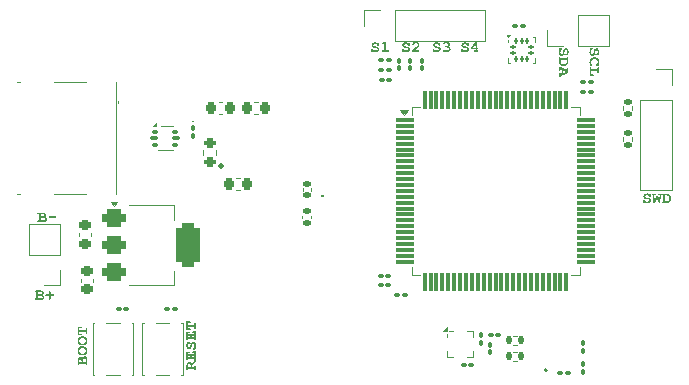
<source format=gbr>
%TF.GenerationSoftware,KiCad,Pcbnew,8.0.6*%
%TF.CreationDate,2024-11-04T20:58:39-05:00*%
%TF.ProjectId,VanguardFlightComputer,56616e67-7561-4726-9446-6c6967687443,rev?*%
%TF.SameCoordinates,Original*%
%TF.FileFunction,Legend,Top*%
%TF.FilePolarity,Positive*%
%FSLAX46Y46*%
G04 Gerber Fmt 4.6, Leading zero omitted, Abs format (unit mm)*
G04 Created by KiCad (PCBNEW 8.0.6) date 2024-11-04 20:58:39*
%MOMM*%
%LPD*%
G01*
G04 APERTURE LIST*
G04 Aperture macros list*
%AMRoundRect*
0 Rectangle with rounded corners*
0 $1 Rounding radius*
0 $2 $3 $4 $5 $6 $7 $8 $9 X,Y pos of 4 corners*
0 Add a 4 corners polygon primitive as box body*
4,1,4,$2,$3,$4,$5,$6,$7,$8,$9,$2,$3,0*
0 Add four circle primitives for the rounded corners*
1,1,$1+$1,$2,$3*
1,1,$1+$1,$4,$5*
1,1,$1+$1,$6,$7*
1,1,$1+$1,$8,$9*
0 Add four rect primitives between the rounded corners*
20,1,$1+$1,$2,$3,$4,$5,0*
20,1,$1+$1,$4,$5,$6,$7,0*
20,1,$1+$1,$6,$7,$8,$9,0*
20,1,$1+$1,$8,$9,$2,$3,0*%
G04 Aperture macros list end*
%ADD10C,0.250000*%
%ADD11C,0.200000*%
%ADD12C,0.120000*%
%ADD13C,0.100000*%
%ADD14R,0.900000X1.000000*%
%ADD15R,1.700000X1.700000*%
%ADD16O,1.700000X1.700000*%
%ADD17R,0.250000X0.475000*%
%ADD18R,0.475000X0.250000*%
%ADD19R,2.500000X1.750000*%
%ADD20R,0.400000X0.800000*%
%ADD21RoundRect,0.135000X-0.185000X0.135000X-0.185000X-0.135000X0.185000X-0.135000X0.185000X0.135000X0*%
%ADD22R,0.650000X1.050000*%
%ADD23RoundRect,0.100000X0.130000X0.100000X-0.130000X0.100000X-0.130000X-0.100000X0.130000X-0.100000X0*%
%ADD24RoundRect,0.135000X-0.135000X-0.185000X0.135000X-0.185000X0.135000X0.185000X-0.135000X0.185000X0*%
%ADD25RoundRect,0.100000X-0.100000X0.130000X-0.100000X-0.130000X0.100000X-0.130000X0.100000X0.130000X0*%
%ADD26RoundRect,0.140000X-0.170000X0.140000X-0.170000X-0.140000X0.170000X-0.140000X0.170000X0.140000X0*%
%ADD27C,2.600000*%
%ADD28C,3.800000*%
%ADD29RoundRect,0.075000X-0.725000X-0.075000X0.725000X-0.075000X0.725000X0.075000X-0.725000X0.075000X0*%
%ADD30RoundRect,0.075000X-0.075000X-0.725000X0.075000X-0.725000X0.075000X0.725000X-0.075000X0.725000X0*%
%ADD31RoundRect,0.225000X-0.225000X-0.250000X0.225000X-0.250000X0.225000X0.250000X-0.225000X0.250000X0*%
%ADD32RoundRect,0.225000X0.250000X-0.225000X0.250000X0.225000X-0.250000X0.225000X-0.250000X-0.225000X0*%
%ADD33RoundRect,0.225000X-0.250000X0.225000X-0.250000X-0.225000X0.250000X-0.225000X0.250000X0.225000X0*%
%ADD34RoundRect,0.100000X0.100000X-0.130000X0.100000X0.130000X-0.100000X0.130000X-0.100000X-0.130000X0*%
%ADD35RoundRect,0.093750X-0.156250X-0.093750X0.156250X-0.093750X0.156250X0.093750X-0.156250X0.093750X0*%
%ADD36RoundRect,0.075000X-0.250000X-0.075000X0.250000X-0.075000X0.250000X0.075000X-0.250000X0.075000X0*%
%ADD37R,0.375000X0.350000*%
%ADD38R,0.350000X0.375000*%
%ADD39RoundRect,0.100000X-0.130000X-0.100000X0.130000X-0.100000X0.130000X0.100000X-0.130000X0.100000X0*%
%ADD40R,0.700000X0.300000*%
%ADD41R,0.700000X1.000000*%
%ADD42O,2.100000X1.100000*%
%ADD43O,2.600000X1.100000*%
%ADD44RoundRect,0.087500X-0.125000X-0.087500X0.125000X-0.087500X0.125000X0.087500X-0.125000X0.087500X0*%
%ADD45RoundRect,0.087500X-0.087500X-0.125000X0.087500X-0.125000X0.087500X0.125000X-0.087500X0.125000X0*%
%ADD46RoundRect,0.375000X-0.625000X-0.375000X0.625000X-0.375000X0.625000X0.375000X-0.625000X0.375000X0*%
%ADD47RoundRect,0.500000X-0.500000X-1.400000X0.500000X-1.400000X0.500000X1.400000X-0.500000X1.400000X0*%
%ADD48RoundRect,0.200000X-0.275000X0.200000X-0.275000X-0.200000X0.275000X-0.200000X0.275000X0.200000X0*%
G04 APERTURE END LIST*
D10*
G36*
X92118654Y-99435876D02*
G01*
X92166817Y-99445133D01*
X92216077Y-99463268D01*
X92259171Y-99489463D01*
X92268981Y-99497271D01*
X92306172Y-99535454D01*
X92331191Y-99577462D01*
X92344715Y-99628624D01*
X92345917Y-99650411D01*
X92338952Y-99701015D01*
X92328087Y-99729546D01*
X92300371Y-99771651D01*
X92273866Y-99798178D01*
X92315753Y-99826968D01*
X92352429Y-99861996D01*
X92373761Y-99890746D01*
X92395426Y-99936107D01*
X92406046Y-99986063D01*
X92407222Y-100010669D01*
X92401238Y-100062083D01*
X92383286Y-100109832D01*
X92354740Y-100150825D01*
X92339323Y-100165031D01*
X92297542Y-100192620D01*
X92253349Y-100211926D01*
X92203988Y-100224281D01*
X92153865Y-100229364D01*
X92126099Y-100230000D01*
X91712595Y-100230000D01*
X91662514Y-100223197D01*
X91640055Y-100210704D01*
X91618751Y-100165460D01*
X91618562Y-100159658D01*
X91636615Y-100112580D01*
X91640544Y-100108855D01*
X91686653Y-100090861D01*
X91712595Y-100089316D01*
X91734577Y-100089316D01*
X91875505Y-100089316D01*
X92118527Y-100089316D01*
X92171602Y-100086343D01*
X92221704Y-100073961D01*
X92239427Y-100064159D01*
X92265349Y-100022398D01*
X92266294Y-100009692D01*
X92249524Y-99962818D01*
X92213293Y-99926894D01*
X92167234Y-99902039D01*
X92118934Y-99890089D01*
X92067756Y-99886145D01*
X92061618Y-99886106D01*
X91875505Y-99886106D01*
X91875505Y-100089316D01*
X91734577Y-100089316D01*
X91734577Y-99745422D01*
X91875505Y-99745422D01*
X92030111Y-99745422D01*
X92079270Y-99741987D01*
X92127008Y-99730275D01*
X92168108Y-99710251D01*
X92201608Y-99672249D01*
X92205233Y-99651388D01*
X92183767Y-99607459D01*
X92170062Y-99596922D01*
X92121303Y-99578627D01*
X92068296Y-99573566D01*
X92058932Y-99573475D01*
X91875505Y-99573475D01*
X91875505Y-99745422D01*
X91734577Y-99745422D01*
X91734577Y-99573475D01*
X91712595Y-99573475D01*
X91662514Y-99566672D01*
X91640055Y-99554180D01*
X91618751Y-99508935D01*
X91618562Y-99503133D01*
X91636214Y-99456055D01*
X91640055Y-99452330D01*
X91686318Y-99434336D01*
X91712595Y-99432791D01*
X92065771Y-99432791D01*
X92118654Y-99435876D01*
G37*
G36*
X92932833Y-99901737D02*
G01*
X92932833Y-100113984D01*
X92924523Y-100162676D01*
X92913538Y-100179197D01*
X92868535Y-100198565D01*
X92862735Y-100198736D01*
X92815215Y-100182689D01*
X92811444Y-100179197D01*
X92792840Y-100132716D01*
X92791905Y-100113984D01*
X92791905Y-99901737D01*
X92590648Y-99901737D01*
X92540567Y-99894849D01*
X92518108Y-99882198D01*
X92496804Y-99836953D01*
X92496615Y-99831151D01*
X92513071Y-99785123D01*
X92518108Y-99780104D01*
X92564371Y-99762363D01*
X92590648Y-99761053D01*
X92791905Y-99761053D01*
X92791905Y-99549050D01*
X92800320Y-99500469D01*
X92811444Y-99483838D01*
X92856889Y-99464228D01*
X92862735Y-99464054D01*
X92910013Y-99480101D01*
X92913782Y-99483593D01*
X92932386Y-99530224D01*
X92933321Y-99549050D01*
X92932833Y-99761053D01*
X93134089Y-99761053D01*
X93184084Y-99767856D01*
X93206385Y-99780348D01*
X93227931Y-99825309D01*
X93228122Y-99831151D01*
X93211479Y-99877126D01*
X93206385Y-99882198D01*
X93160347Y-99900192D01*
X93134089Y-99901737D01*
X92932833Y-99901737D01*
G37*
G36*
X92318654Y-92835876D02*
G01*
X92366817Y-92845133D01*
X92416077Y-92863268D01*
X92459171Y-92889463D01*
X92468981Y-92897271D01*
X92506172Y-92935454D01*
X92531191Y-92977462D01*
X92544715Y-93028624D01*
X92545917Y-93050411D01*
X92538952Y-93101015D01*
X92528087Y-93129546D01*
X92500371Y-93171651D01*
X92473866Y-93198178D01*
X92515753Y-93226968D01*
X92552429Y-93261996D01*
X92573761Y-93290746D01*
X92595426Y-93336107D01*
X92606046Y-93386063D01*
X92607222Y-93410669D01*
X92601238Y-93462083D01*
X92583286Y-93509832D01*
X92554740Y-93550825D01*
X92539323Y-93565031D01*
X92497542Y-93592620D01*
X92453349Y-93611926D01*
X92403988Y-93624281D01*
X92353865Y-93629364D01*
X92326099Y-93630000D01*
X91912595Y-93630000D01*
X91862514Y-93623197D01*
X91840055Y-93610704D01*
X91818751Y-93565460D01*
X91818562Y-93559658D01*
X91836615Y-93512580D01*
X91840544Y-93508855D01*
X91886653Y-93490861D01*
X91912595Y-93489316D01*
X91934577Y-93489316D01*
X92075505Y-93489316D01*
X92318527Y-93489316D01*
X92371602Y-93486343D01*
X92421704Y-93473961D01*
X92439427Y-93464159D01*
X92465349Y-93422398D01*
X92466294Y-93409692D01*
X92449524Y-93362818D01*
X92413293Y-93326894D01*
X92367234Y-93302039D01*
X92318934Y-93290089D01*
X92267756Y-93286145D01*
X92261618Y-93286106D01*
X92075505Y-93286106D01*
X92075505Y-93489316D01*
X91934577Y-93489316D01*
X91934577Y-93145422D01*
X92075505Y-93145422D01*
X92230111Y-93145422D01*
X92279270Y-93141987D01*
X92327008Y-93130275D01*
X92368108Y-93110251D01*
X92401608Y-93072249D01*
X92405233Y-93051388D01*
X92383767Y-93007459D01*
X92370062Y-92996922D01*
X92321303Y-92978627D01*
X92268296Y-92973566D01*
X92258932Y-92973475D01*
X92075505Y-92973475D01*
X92075505Y-93145422D01*
X91934577Y-93145422D01*
X91934577Y-92973475D01*
X91912595Y-92973475D01*
X91862514Y-92966672D01*
X91840055Y-92954180D01*
X91818751Y-92908935D01*
X91818562Y-92903133D01*
X91836214Y-92856055D01*
X91840055Y-92852330D01*
X91886318Y-92834336D01*
X91912595Y-92832791D01*
X92265771Y-92832791D01*
X92318654Y-92835876D01*
G37*
G36*
X93357292Y-93301737D02*
G01*
X92769399Y-93301737D01*
X92769399Y-93161053D01*
X93357292Y-93161053D01*
X93357292Y-93301737D01*
G37*
G36*
X127816399Y-79183105D02*
G01*
X127786357Y-79221695D01*
X127758757Y-79230000D01*
X127711821Y-79213544D01*
X127706734Y-79208506D01*
X127688740Y-79162748D01*
X127687194Y-79136943D01*
X127687194Y-79042421D01*
X127694083Y-78992630D01*
X127706734Y-78970369D01*
X127750652Y-78948971D01*
X127758513Y-78948632D01*
X127800279Y-78961088D01*
X127825924Y-79002854D01*
X127844487Y-79042665D01*
X127886571Y-79070886D01*
X127915317Y-79083942D01*
X127965037Y-79099019D01*
X128015220Y-79104763D01*
X128026448Y-79104947D01*
X128076793Y-79101740D01*
X128126434Y-79090654D01*
X128173380Y-79069313D01*
X128181053Y-79064403D01*
X128215084Y-79027082D01*
X128219644Y-79003586D01*
X128201081Y-78958157D01*
X128160048Y-78930405D01*
X128140509Y-78922986D01*
X128092212Y-78910935D01*
X128040465Y-78901081D01*
X128017655Y-78897096D01*
X127963524Y-78886655D01*
X127911021Y-78873595D01*
X127863108Y-78857452D01*
X127843265Y-78848736D01*
X127799312Y-78821689D01*
X127763502Y-78786982D01*
X127749720Y-78768381D01*
X127727581Y-78724741D01*
X127716361Y-78674679D01*
X127715526Y-78656029D01*
X127722211Y-78604204D01*
X127742265Y-78556166D01*
X127771315Y-78516644D01*
X127800034Y-78488967D01*
X127845464Y-78457551D01*
X127890423Y-78437425D01*
X127940245Y-78424172D01*
X127994929Y-78417790D01*
X128019853Y-78417159D01*
X128068915Y-78420540D01*
X128117344Y-78431600D01*
X128120237Y-78432547D01*
X128167131Y-78453514D01*
X128204501Y-78479685D01*
X128235473Y-78441767D01*
X128259455Y-78432791D01*
X128306249Y-78450844D01*
X128310013Y-78454773D01*
X128328007Y-78501035D01*
X128329553Y-78527313D01*
X128329553Y-78634535D01*
X128323370Y-78683162D01*
X128310013Y-78708053D01*
X128265170Y-78729599D01*
X128259455Y-78729790D01*
X128214270Y-78714159D01*
X128192036Y-78670371D01*
X128191556Y-78668241D01*
X128174422Y-78621627D01*
X128172260Y-78618660D01*
X128133250Y-78585958D01*
X128112421Y-78575429D01*
X128063692Y-78561209D01*
X128020341Y-78557843D01*
X127967654Y-78562446D01*
X127920653Y-78577819D01*
X127899685Y-78590572D01*
X127865191Y-78626104D01*
X127855478Y-78658715D01*
X127873551Y-78705366D01*
X127914444Y-78735431D01*
X127927041Y-78740537D01*
X127975804Y-78752981D01*
X128026770Y-78763199D01*
X128058443Y-78769113D01*
X128109414Y-78779173D01*
X128159274Y-78791184D01*
X128209458Y-78806860D01*
X128224773Y-78812833D01*
X128268738Y-78836795D01*
X128306173Y-78869787D01*
X128321249Y-78888060D01*
X128346234Y-78932918D01*
X128358482Y-78984145D01*
X128359839Y-79009937D01*
X128354024Y-79062311D01*
X128336578Y-79108426D01*
X128307501Y-79148281D01*
X128286322Y-79167718D01*
X128241115Y-79198076D01*
X128190766Y-79220979D01*
X128143516Y-79234674D01*
X128092488Y-79242892D01*
X128037683Y-79245631D01*
X127987166Y-79242639D01*
X127937772Y-79233663D01*
X127923866Y-79230000D01*
X127876127Y-79213330D01*
X127829511Y-79190676D01*
X127816399Y-79183105D01*
G37*
G36*
X129068632Y-78886106D02*
G01*
X129117198Y-78894521D01*
X129134577Y-78905645D01*
X129155882Y-78950647D01*
X129156071Y-78956448D01*
X129139428Y-79002422D01*
X129134333Y-79007494D01*
X129086802Y-79025866D01*
X129068632Y-79026789D01*
X129068632Y-79089316D01*
X129117198Y-79097731D01*
X129134577Y-79108855D01*
X129155882Y-79153857D01*
X129156071Y-79159658D01*
X129139428Y-79205632D01*
X129134333Y-79210704D01*
X129088070Y-79228473D01*
X129061793Y-79230000D01*
X128872993Y-79230000D01*
X128822912Y-79223197D01*
X128800453Y-79210704D01*
X128779149Y-79165460D01*
X128778960Y-79159658D01*
X128796612Y-79112580D01*
X128800453Y-79108855D01*
X128846716Y-79090861D01*
X128872993Y-79089316D01*
X128927948Y-79089316D01*
X128927948Y-79026789D01*
X128545219Y-79026789D01*
X128545219Y-78909553D01*
X128559884Y-78886106D01*
X128724005Y-78886106D01*
X128927948Y-78886106D01*
X128927948Y-78556378D01*
X128724005Y-78886106D01*
X128559884Y-78886106D01*
X128882519Y-78370265D01*
X129068632Y-78370265D01*
X129068632Y-78886106D01*
G37*
G36*
X125416399Y-79183105D02*
G01*
X125386357Y-79221695D01*
X125358757Y-79230000D01*
X125311821Y-79213544D01*
X125306734Y-79208506D01*
X125288740Y-79162748D01*
X125287194Y-79136943D01*
X125287194Y-79042421D01*
X125294083Y-78992630D01*
X125306734Y-78970369D01*
X125350652Y-78948971D01*
X125358513Y-78948632D01*
X125400279Y-78961088D01*
X125425924Y-79002854D01*
X125444487Y-79042665D01*
X125486571Y-79070886D01*
X125515317Y-79083942D01*
X125565037Y-79099019D01*
X125615220Y-79104763D01*
X125626448Y-79104947D01*
X125676793Y-79101740D01*
X125726434Y-79090654D01*
X125773380Y-79069313D01*
X125781053Y-79064403D01*
X125815084Y-79027082D01*
X125819644Y-79003586D01*
X125801081Y-78958157D01*
X125760048Y-78930405D01*
X125740509Y-78922986D01*
X125692212Y-78910935D01*
X125640465Y-78901081D01*
X125617655Y-78897096D01*
X125563524Y-78886655D01*
X125511021Y-78873595D01*
X125463108Y-78857452D01*
X125443265Y-78848736D01*
X125399312Y-78821689D01*
X125363502Y-78786982D01*
X125349720Y-78768381D01*
X125327581Y-78724741D01*
X125316361Y-78674679D01*
X125315526Y-78656029D01*
X125322211Y-78604204D01*
X125342265Y-78556166D01*
X125371315Y-78516644D01*
X125400034Y-78488967D01*
X125445464Y-78457551D01*
X125490423Y-78437425D01*
X125540245Y-78424172D01*
X125594929Y-78417790D01*
X125619853Y-78417159D01*
X125668915Y-78420540D01*
X125717344Y-78431600D01*
X125720237Y-78432547D01*
X125767131Y-78453514D01*
X125804501Y-78479685D01*
X125835473Y-78441767D01*
X125859455Y-78432791D01*
X125906249Y-78450844D01*
X125910013Y-78454773D01*
X125928007Y-78501035D01*
X125929553Y-78527313D01*
X125929553Y-78634535D01*
X125923370Y-78683162D01*
X125910013Y-78708053D01*
X125865170Y-78729599D01*
X125859455Y-78729790D01*
X125814270Y-78714159D01*
X125792036Y-78670371D01*
X125791556Y-78668241D01*
X125774422Y-78621627D01*
X125772260Y-78618660D01*
X125733250Y-78585958D01*
X125712421Y-78575429D01*
X125663692Y-78561209D01*
X125620341Y-78557843D01*
X125567654Y-78562446D01*
X125520653Y-78577819D01*
X125499685Y-78590572D01*
X125465191Y-78626104D01*
X125455478Y-78658715D01*
X125473551Y-78705366D01*
X125514444Y-78735431D01*
X125527041Y-78740537D01*
X125575804Y-78752981D01*
X125626770Y-78763199D01*
X125658443Y-78769113D01*
X125709414Y-78779173D01*
X125759274Y-78791184D01*
X125809458Y-78806860D01*
X125824773Y-78812833D01*
X125868738Y-78836795D01*
X125906173Y-78869787D01*
X125921249Y-78888060D01*
X125946234Y-78932918D01*
X125958482Y-78984145D01*
X125959839Y-79009937D01*
X125954024Y-79062311D01*
X125936578Y-79108426D01*
X125907501Y-79148281D01*
X125886322Y-79167718D01*
X125841115Y-79198076D01*
X125790766Y-79220979D01*
X125743516Y-79234674D01*
X125692488Y-79242892D01*
X125637683Y-79245631D01*
X125587166Y-79242639D01*
X125537772Y-79233663D01*
X125523866Y-79230000D01*
X125476127Y-79213330D01*
X125429511Y-79190676D01*
X125416399Y-79183105D01*
G37*
G36*
X126663258Y-78774242D02*
G01*
X126702493Y-78803814D01*
X126736737Y-78839563D01*
X126756559Y-78868764D01*
X126776643Y-78914559D01*
X126786488Y-78964627D01*
X126787578Y-78989176D01*
X126781808Y-79041520D01*
X126764497Y-79090842D01*
X126746545Y-79122044D01*
X126714145Y-79160502D01*
X126673029Y-79191919D01*
X126628087Y-79214368D01*
X126580711Y-79229480D01*
X126532175Y-79238762D01*
X126477594Y-79244135D01*
X126424877Y-79245631D01*
X126375789Y-79244415D01*
X126322094Y-79239743D01*
X126266634Y-79229866D01*
X126218911Y-79215220D01*
X126178925Y-79195806D01*
X126141796Y-79160729D01*
X126133007Y-79128639D01*
X126149656Y-79082495D01*
X126153279Y-79078569D01*
X126198803Y-79058133D01*
X126202372Y-79058053D01*
X126243649Y-79070753D01*
X126288652Y-79092768D01*
X126300558Y-79096154D01*
X126349528Y-79102749D01*
X126400647Y-79104870D01*
X126413886Y-79104947D01*
X126464386Y-79103521D01*
X126514143Y-79098400D01*
X126564403Y-79086760D01*
X126591695Y-79075150D01*
X126631140Y-79041794D01*
X126646596Y-78994266D01*
X126646650Y-78990886D01*
X126634152Y-78941656D01*
X126614654Y-78913217D01*
X126577407Y-78879938D01*
X126532506Y-78856615D01*
X126529169Y-78855331D01*
X126481024Y-78844460D01*
X126429430Y-78839493D01*
X126424877Y-78839211D01*
X126377241Y-78823394D01*
X126370900Y-78817718D01*
X126352111Y-78771379D01*
X126352093Y-78769602D01*
X126368943Y-78722974D01*
X126372609Y-78719043D01*
X126417168Y-78698848D01*
X126424877Y-78698527D01*
X126473731Y-78698387D01*
X126499860Y-78697794D01*
X126547732Y-78684918D01*
X126554570Y-78681674D01*
X126593494Y-78651290D01*
X126599023Y-78644061D01*
X126615809Y-78597893D01*
X126615875Y-78594724D01*
X126598835Y-78546458D01*
X126576308Y-78524870D01*
X126530573Y-78503658D01*
X126481543Y-78496039D01*
X126457850Y-78495317D01*
X126404484Y-78500263D01*
X126354071Y-78517360D01*
X126313007Y-78546669D01*
X126302512Y-78557843D01*
X126277110Y-78581046D01*
X126244870Y-78589106D01*
X126197916Y-78570645D01*
X126195289Y-78568101D01*
X126175093Y-78523435D01*
X126174773Y-78515833D01*
X126190587Y-78467962D01*
X126226727Y-78430145D01*
X126238032Y-78421556D01*
X126280514Y-78395479D01*
X126327390Y-78375808D01*
X126378661Y-78362541D01*
X126434327Y-78355679D01*
X126468108Y-78354633D01*
X126522704Y-78358011D01*
X126572367Y-78368144D01*
X126623085Y-78387996D01*
X126667362Y-78416672D01*
X126677424Y-78425219D01*
X126712046Y-78462314D01*
X126739171Y-78508351D01*
X126753777Y-78558948D01*
X126756559Y-78595212D01*
X126750697Y-78645099D01*
X126733112Y-78691688D01*
X126704047Y-78734675D01*
X126668998Y-78769483D01*
X126663258Y-78774242D01*
G37*
G36*
X122816399Y-79183105D02*
G01*
X122786357Y-79221695D01*
X122758757Y-79230000D01*
X122711821Y-79213544D01*
X122706734Y-79208506D01*
X122688740Y-79162748D01*
X122687194Y-79136943D01*
X122687194Y-79042421D01*
X122694083Y-78992630D01*
X122706734Y-78970369D01*
X122750652Y-78948971D01*
X122758513Y-78948632D01*
X122800279Y-78961088D01*
X122825924Y-79002854D01*
X122844487Y-79042665D01*
X122886571Y-79070886D01*
X122915317Y-79083942D01*
X122965037Y-79099019D01*
X123015220Y-79104763D01*
X123026448Y-79104947D01*
X123076793Y-79101740D01*
X123126434Y-79090654D01*
X123173380Y-79069313D01*
X123181053Y-79064403D01*
X123215084Y-79027082D01*
X123219644Y-79003586D01*
X123201081Y-78958157D01*
X123160048Y-78930405D01*
X123140509Y-78922986D01*
X123092212Y-78910935D01*
X123040465Y-78901081D01*
X123017655Y-78897096D01*
X122963524Y-78886655D01*
X122911021Y-78873595D01*
X122863108Y-78857452D01*
X122843265Y-78848736D01*
X122799312Y-78821689D01*
X122763502Y-78786982D01*
X122749720Y-78768381D01*
X122727581Y-78724741D01*
X122716361Y-78674679D01*
X122715526Y-78656029D01*
X122722211Y-78604204D01*
X122742265Y-78556166D01*
X122771315Y-78516644D01*
X122800034Y-78488967D01*
X122845464Y-78457551D01*
X122890423Y-78437425D01*
X122940245Y-78424172D01*
X122994929Y-78417790D01*
X123019853Y-78417159D01*
X123068915Y-78420540D01*
X123117344Y-78431600D01*
X123120237Y-78432547D01*
X123167131Y-78453514D01*
X123204501Y-78479685D01*
X123235473Y-78441767D01*
X123259455Y-78432791D01*
X123306249Y-78450844D01*
X123310013Y-78454773D01*
X123328007Y-78501035D01*
X123329553Y-78527313D01*
X123329553Y-78634535D01*
X123323370Y-78683162D01*
X123310013Y-78708053D01*
X123265170Y-78729599D01*
X123259455Y-78729790D01*
X123214270Y-78714159D01*
X123192036Y-78670371D01*
X123191556Y-78668241D01*
X123174422Y-78621627D01*
X123172260Y-78618660D01*
X123133250Y-78585958D01*
X123112421Y-78575429D01*
X123063692Y-78561209D01*
X123020341Y-78557843D01*
X122967654Y-78562446D01*
X122920653Y-78577819D01*
X122899685Y-78590572D01*
X122865191Y-78626104D01*
X122855478Y-78658715D01*
X122873551Y-78705366D01*
X122914444Y-78735431D01*
X122927041Y-78740537D01*
X122975804Y-78752981D01*
X123026770Y-78763199D01*
X123058443Y-78769113D01*
X123109414Y-78779173D01*
X123159274Y-78791184D01*
X123209458Y-78806860D01*
X123224773Y-78812833D01*
X123268738Y-78836795D01*
X123306173Y-78869787D01*
X123321249Y-78888060D01*
X123346234Y-78932918D01*
X123358482Y-78984145D01*
X123359839Y-79009937D01*
X123354024Y-79062311D01*
X123336578Y-79108426D01*
X123307501Y-79148281D01*
X123286322Y-79167718D01*
X123241115Y-79198076D01*
X123190766Y-79220979D01*
X123143516Y-79234674D01*
X123092488Y-79242892D01*
X123037683Y-79245631D01*
X122987166Y-79242639D01*
X122937772Y-79233663D01*
X122923866Y-79230000D01*
X122876127Y-79213330D01*
X122829511Y-79190676D01*
X122816399Y-79183105D01*
G37*
G36*
X123730844Y-79089316D02*
G01*
X124039323Y-79089316D01*
X124085787Y-79073699D01*
X124087194Y-79073684D01*
X124133329Y-79089953D01*
X124138241Y-79094933D01*
X124155785Y-79140999D01*
X124157292Y-79167473D01*
X124157292Y-79230000D01*
X123515666Y-79230000D01*
X123515666Y-79073684D01*
X123562055Y-79037984D01*
X123606089Y-79003911D01*
X123647769Y-78971466D01*
X123687094Y-78940648D01*
X123741666Y-78897474D01*
X123790941Y-78857961D01*
X123834918Y-78822111D01*
X123873596Y-78789924D01*
X123916926Y-78752703D01*
X123957844Y-78715333D01*
X123975331Y-78697794D01*
X124005190Y-78656151D01*
X124015143Y-78616706D01*
X124002459Y-78569013D01*
X123970202Y-78532198D01*
X123925129Y-78506986D01*
X123877341Y-78496614D01*
X123850279Y-78495317D01*
X123801394Y-78500656D01*
X123754911Y-78518660D01*
X123724738Y-78540502D01*
X123694855Y-78582231D01*
X123682728Y-78612065D01*
X123656350Y-78654563D01*
X123614829Y-78667264D01*
X123569010Y-78650213D01*
X123565003Y-78646503D01*
X123544080Y-78600894D01*
X123543998Y-78597411D01*
X123554751Y-78547107D01*
X123577486Y-78500639D01*
X123582100Y-78492875D01*
X123612422Y-78452693D01*
X123650998Y-78418456D01*
X123693230Y-78392491D01*
X123740266Y-78372527D01*
X123789783Y-78359957D01*
X123841780Y-78354781D01*
X123852477Y-78354633D01*
X123908423Y-78358443D01*
X123959787Y-78369874D01*
X124006570Y-78388924D01*
X124048772Y-78415595D01*
X124070830Y-78434256D01*
X124104044Y-78470597D01*
X124132013Y-78516080D01*
X124149328Y-78565776D01*
X124155987Y-78619685D01*
X124156071Y-78626720D01*
X124151396Y-78675520D01*
X124136011Y-78724174D01*
X124131646Y-78733454D01*
X124103745Y-78774635D01*
X124070242Y-78811247D01*
X124031412Y-78847910D01*
X124014654Y-78862658D01*
X123976112Y-78895126D01*
X123932584Y-78930583D01*
X123888911Y-78965509D01*
X123849130Y-78996971D01*
X123805044Y-79031562D01*
X123756653Y-79069282D01*
X123730844Y-79089316D01*
G37*
G36*
X120216399Y-79183105D02*
G01*
X120186357Y-79221695D01*
X120158757Y-79230000D01*
X120111821Y-79213544D01*
X120106734Y-79208506D01*
X120088740Y-79162748D01*
X120087194Y-79136943D01*
X120087194Y-79042421D01*
X120094083Y-78992630D01*
X120106734Y-78970369D01*
X120150652Y-78948971D01*
X120158513Y-78948632D01*
X120200279Y-78961088D01*
X120225924Y-79002854D01*
X120244487Y-79042665D01*
X120286571Y-79070886D01*
X120315317Y-79083942D01*
X120365037Y-79099019D01*
X120415220Y-79104763D01*
X120426448Y-79104947D01*
X120476793Y-79101740D01*
X120526434Y-79090654D01*
X120573380Y-79069313D01*
X120581053Y-79064403D01*
X120615084Y-79027082D01*
X120619644Y-79003586D01*
X120601081Y-78958157D01*
X120560048Y-78930405D01*
X120540509Y-78922986D01*
X120492212Y-78910935D01*
X120440465Y-78901081D01*
X120417655Y-78897096D01*
X120363524Y-78886655D01*
X120311021Y-78873595D01*
X120263108Y-78857452D01*
X120243265Y-78848736D01*
X120199312Y-78821689D01*
X120163502Y-78786982D01*
X120149720Y-78768381D01*
X120127581Y-78724741D01*
X120116361Y-78674679D01*
X120115526Y-78656029D01*
X120122211Y-78604204D01*
X120142265Y-78556166D01*
X120171315Y-78516644D01*
X120200034Y-78488967D01*
X120245464Y-78457551D01*
X120290423Y-78437425D01*
X120340245Y-78424172D01*
X120394929Y-78417790D01*
X120419853Y-78417159D01*
X120468915Y-78420540D01*
X120517344Y-78431600D01*
X120520237Y-78432547D01*
X120567131Y-78453514D01*
X120604501Y-78479685D01*
X120635473Y-78441767D01*
X120659455Y-78432791D01*
X120706249Y-78450844D01*
X120710013Y-78454773D01*
X120728007Y-78501035D01*
X120729553Y-78527313D01*
X120729553Y-78634535D01*
X120723370Y-78683162D01*
X120710013Y-78708053D01*
X120665170Y-78729599D01*
X120659455Y-78729790D01*
X120614270Y-78714159D01*
X120592036Y-78670371D01*
X120591556Y-78668241D01*
X120574422Y-78621627D01*
X120572260Y-78618660D01*
X120533250Y-78585958D01*
X120512421Y-78575429D01*
X120463692Y-78561209D01*
X120420341Y-78557843D01*
X120367654Y-78562446D01*
X120320653Y-78577819D01*
X120299685Y-78590572D01*
X120265191Y-78626104D01*
X120255478Y-78658715D01*
X120273551Y-78705366D01*
X120314444Y-78735431D01*
X120327041Y-78740537D01*
X120375804Y-78752981D01*
X120426770Y-78763199D01*
X120458443Y-78769113D01*
X120509414Y-78779173D01*
X120559274Y-78791184D01*
X120609458Y-78806860D01*
X120624773Y-78812833D01*
X120668738Y-78836795D01*
X120706173Y-78869787D01*
X120721249Y-78888060D01*
X120746234Y-78932918D01*
X120758482Y-78984145D01*
X120759839Y-79009937D01*
X120754024Y-79062311D01*
X120736578Y-79108426D01*
X120707501Y-79148281D01*
X120686322Y-79167718D01*
X120641115Y-79198076D01*
X120590766Y-79220979D01*
X120543516Y-79234674D01*
X120492488Y-79242892D01*
X120437683Y-79245631D01*
X120387166Y-79242639D01*
X120337772Y-79233663D01*
X120323866Y-79230000D01*
X120276127Y-79213330D01*
X120229511Y-79190676D01*
X120216399Y-79183105D01*
G37*
G36*
X121334054Y-78354633D02*
G01*
X121334054Y-79089316D01*
X121476203Y-79089316D01*
X121526403Y-79096204D01*
X121548743Y-79108855D01*
X121570290Y-79153857D01*
X121570481Y-79159658D01*
X121553838Y-79205632D01*
X121548743Y-79210704D01*
X121502579Y-79228473D01*
X121476203Y-79230000D01*
X121050976Y-79230000D01*
X121000895Y-79223197D01*
X120978436Y-79210704D01*
X120957132Y-79165460D01*
X120956943Y-79159658D01*
X120974595Y-79112580D01*
X120978436Y-79108855D01*
X121024699Y-79090861D01*
X121050976Y-79089316D01*
X121193370Y-79089316D01*
X121193370Y-78546120D01*
X121067585Y-78580558D01*
X121022156Y-78589106D01*
X120976978Y-78568248D01*
X120975750Y-78566880D01*
X120956516Y-78520318D01*
X120956210Y-78512414D01*
X120970621Y-78466252D01*
X121014998Y-78441446D01*
X121031193Y-78436454D01*
X121334054Y-78354633D01*
G37*
G36*
X138616894Y-79016399D02*
G01*
X138578304Y-78986357D01*
X138570000Y-78958757D01*
X138586455Y-78911821D01*
X138591493Y-78906734D01*
X138637251Y-78888740D01*
X138663056Y-78887194D01*
X138757578Y-78887194D01*
X138807369Y-78894083D01*
X138829630Y-78906734D01*
X138851028Y-78950652D01*
X138851367Y-78958513D01*
X138838911Y-79000279D01*
X138797145Y-79025924D01*
X138757334Y-79044487D01*
X138729113Y-79086571D01*
X138716057Y-79115317D01*
X138700980Y-79165037D01*
X138695236Y-79215220D01*
X138695052Y-79226448D01*
X138698259Y-79276793D01*
X138709345Y-79326434D01*
X138730686Y-79373380D01*
X138735596Y-79381053D01*
X138772917Y-79415084D01*
X138796413Y-79419644D01*
X138841842Y-79401081D01*
X138869594Y-79360048D01*
X138877013Y-79340509D01*
X138889064Y-79292212D01*
X138898918Y-79240465D01*
X138902903Y-79217655D01*
X138913344Y-79163524D01*
X138926404Y-79111021D01*
X138942547Y-79063108D01*
X138951263Y-79043265D01*
X138978310Y-78999312D01*
X139013017Y-78963502D01*
X139031618Y-78949720D01*
X139075258Y-78927581D01*
X139125320Y-78916361D01*
X139143970Y-78915526D01*
X139195795Y-78922211D01*
X139243833Y-78942265D01*
X139283355Y-78971315D01*
X139311032Y-79000034D01*
X139342448Y-79045464D01*
X139362574Y-79090423D01*
X139375827Y-79140245D01*
X139382209Y-79194929D01*
X139382840Y-79219853D01*
X139379459Y-79268915D01*
X139368399Y-79317344D01*
X139367452Y-79320237D01*
X139346485Y-79367131D01*
X139320314Y-79404501D01*
X139358232Y-79435473D01*
X139367208Y-79459455D01*
X139349155Y-79506249D01*
X139345226Y-79510013D01*
X139298964Y-79528007D01*
X139272686Y-79529553D01*
X139165464Y-79529553D01*
X139116837Y-79523370D01*
X139091946Y-79510013D01*
X139070400Y-79465170D01*
X139070209Y-79459455D01*
X139085840Y-79414270D01*
X139129628Y-79392036D01*
X139131758Y-79391556D01*
X139178372Y-79374422D01*
X139181339Y-79372260D01*
X139214041Y-79333250D01*
X139224570Y-79312421D01*
X139238790Y-79263692D01*
X139242156Y-79220341D01*
X139237553Y-79167654D01*
X139222180Y-79120653D01*
X139209427Y-79099685D01*
X139173895Y-79065191D01*
X139141284Y-79055478D01*
X139094633Y-79073551D01*
X139064568Y-79114444D01*
X139059462Y-79127041D01*
X139047018Y-79175804D01*
X139036800Y-79226770D01*
X139030886Y-79258443D01*
X139020826Y-79309414D01*
X139008815Y-79359274D01*
X138993139Y-79409458D01*
X138987166Y-79424773D01*
X138963204Y-79468738D01*
X138930212Y-79506173D01*
X138911939Y-79521249D01*
X138867081Y-79546234D01*
X138815854Y-79558482D01*
X138790062Y-79559839D01*
X138737688Y-79554024D01*
X138691573Y-79536578D01*
X138651718Y-79507501D01*
X138632281Y-79486322D01*
X138601923Y-79441115D01*
X138579020Y-79390766D01*
X138565325Y-79343516D01*
X138557107Y-79292488D01*
X138554368Y-79237683D01*
X138557360Y-79187166D01*
X138566336Y-79137772D01*
X138570000Y-79123866D01*
X138586669Y-79076127D01*
X138609323Y-79029511D01*
X138616894Y-79016399D01*
G37*
G36*
X139320314Y-80283286D02*
G01*
X139355484Y-80311618D01*
X139367208Y-80345080D01*
X139350158Y-80391873D01*
X139346448Y-80395638D01*
X139299599Y-80413956D01*
X139276838Y-80415177D01*
X139161311Y-80415177D01*
X139112712Y-80408289D01*
X139090969Y-80395638D01*
X139070391Y-80350795D01*
X139070209Y-80345080D01*
X139084619Y-80299651D01*
X139129339Y-80276463D01*
X139138841Y-80274249D01*
X139179874Y-80254954D01*
X139209471Y-80213678D01*
X139225059Y-80176308D01*
X139237882Y-80125872D01*
X139242156Y-80075191D01*
X139237964Y-80025487D01*
X139224072Y-79975745D01*
X139216755Y-79958932D01*
X139188451Y-79915107D01*
X139151286Y-79878599D01*
X139134200Y-79865631D01*
X139088462Y-79840924D01*
X139041165Y-79828294D01*
X138998646Y-79825087D01*
X138914382Y-79825087D01*
X138864079Y-79830921D01*
X138813943Y-79851090D01*
X138774000Y-79881560D01*
X138757822Y-79898848D01*
X138730360Y-79939423D01*
X138710744Y-79987142D01*
X138698975Y-80042005D01*
X138695113Y-80095870D01*
X138695052Y-80104012D01*
X138697678Y-80155056D01*
X138706534Y-80204223D01*
X138717278Y-80236636D01*
X138744887Y-80279777D01*
X138768080Y-80303803D01*
X138797634Y-80338241D01*
X138804473Y-80366329D01*
X138786620Y-80411864D01*
X138782735Y-80415910D01*
X138737359Y-80436973D01*
X138731933Y-80437159D01*
X138685404Y-80420948D01*
X138668918Y-80408339D01*
X138632655Y-80370255D01*
X138605263Y-80328089D01*
X138591981Y-80300383D01*
X138573799Y-80249063D01*
X138562633Y-80201012D01*
X138556168Y-80150671D01*
X138554368Y-80104745D01*
X138556705Y-80051215D01*
X138563718Y-80000046D01*
X138575405Y-79951237D01*
X138591768Y-79904790D01*
X138603217Y-79879309D01*
X138628773Y-79835590D01*
X138661477Y-79795657D01*
X138701330Y-79759512D01*
X138726559Y-79741067D01*
X138769653Y-79716170D01*
X138820432Y-79696663D01*
X138873646Y-79686159D01*
X138910474Y-79684159D01*
X139000844Y-79684159D01*
X139051997Y-79687349D01*
X139101411Y-79696920D01*
X139149084Y-79712872D01*
X139195017Y-79735205D01*
X139237500Y-79763309D01*
X139274823Y-79796327D01*
X139306987Y-79834261D01*
X139333991Y-79877110D01*
X139355362Y-79923211D01*
X139370628Y-79970655D01*
X139379787Y-80019443D01*
X139382840Y-80069574D01*
X139379894Y-80121673D01*
X139371059Y-80170687D01*
X139367452Y-80184124D01*
X139349431Y-80232431D01*
X139324219Y-80277518D01*
X139320314Y-80283286D01*
G37*
G36*
X139226524Y-80843824D02*
G01*
X138710683Y-80843824D01*
X138710683Y-81147418D01*
X138851367Y-81147418D01*
X138901159Y-81154306D01*
X138923419Y-81166957D01*
X138944965Y-81212402D01*
X138945157Y-81218248D01*
X138927304Y-81264800D01*
X138923419Y-81268562D01*
X138877507Y-81286781D01*
X138851367Y-81288346D01*
X138570000Y-81288346D01*
X138570000Y-80621318D01*
X138576802Y-80571033D01*
X138589295Y-80548534D01*
X138634539Y-80527230D01*
X138640341Y-80527041D01*
X138687419Y-80544693D01*
X138691144Y-80548534D01*
X138709138Y-80594923D01*
X138710683Y-80621318D01*
X138710683Y-80702896D01*
X139226524Y-80702896D01*
X139226524Y-80621318D01*
X139233327Y-80571033D01*
X139245819Y-80548534D01*
X139291064Y-80527230D01*
X139296866Y-80527041D01*
X139343944Y-80544693D01*
X139347669Y-80548534D01*
X139365663Y-80594923D01*
X139367208Y-80621318D01*
X139367208Y-80926133D01*
X139360320Y-80976215D01*
X139347669Y-80998674D01*
X139302667Y-81020220D01*
X139296866Y-81020411D01*
X139250891Y-81003768D01*
X139245819Y-80998674D01*
X139228051Y-80952411D01*
X139226524Y-80926133D01*
X139226524Y-80843824D01*
G37*
G36*
X136016894Y-79016399D02*
G01*
X135978304Y-78986357D01*
X135970000Y-78958757D01*
X135986455Y-78911821D01*
X135991493Y-78906734D01*
X136037251Y-78888740D01*
X136063056Y-78887194D01*
X136157578Y-78887194D01*
X136207369Y-78894083D01*
X136229630Y-78906734D01*
X136251028Y-78950652D01*
X136251367Y-78958513D01*
X136238911Y-79000279D01*
X136197145Y-79025924D01*
X136157334Y-79044487D01*
X136129113Y-79086571D01*
X136116057Y-79115317D01*
X136100980Y-79165037D01*
X136095236Y-79215220D01*
X136095052Y-79226448D01*
X136098259Y-79276793D01*
X136109345Y-79326434D01*
X136130686Y-79373380D01*
X136135596Y-79381053D01*
X136172917Y-79415084D01*
X136196413Y-79419644D01*
X136241842Y-79401081D01*
X136269594Y-79360048D01*
X136277013Y-79340509D01*
X136289064Y-79292212D01*
X136298918Y-79240465D01*
X136302903Y-79217655D01*
X136313344Y-79163524D01*
X136326404Y-79111021D01*
X136342547Y-79063108D01*
X136351263Y-79043265D01*
X136378310Y-78999312D01*
X136413017Y-78963502D01*
X136431618Y-78949720D01*
X136475258Y-78927581D01*
X136525320Y-78916361D01*
X136543970Y-78915526D01*
X136595795Y-78922211D01*
X136643833Y-78942265D01*
X136683355Y-78971315D01*
X136711032Y-79000034D01*
X136742448Y-79045464D01*
X136762574Y-79090423D01*
X136775827Y-79140245D01*
X136782209Y-79194929D01*
X136782840Y-79219853D01*
X136779459Y-79268915D01*
X136768399Y-79317344D01*
X136767452Y-79320237D01*
X136746485Y-79367131D01*
X136720314Y-79404501D01*
X136758232Y-79435473D01*
X136767208Y-79459455D01*
X136749155Y-79506249D01*
X136745226Y-79510013D01*
X136698964Y-79528007D01*
X136672686Y-79529553D01*
X136565464Y-79529553D01*
X136516837Y-79523370D01*
X136491946Y-79510013D01*
X136470400Y-79465170D01*
X136470209Y-79459455D01*
X136485840Y-79414270D01*
X136529628Y-79392036D01*
X136531758Y-79391556D01*
X136578372Y-79374422D01*
X136581339Y-79372260D01*
X136614041Y-79333250D01*
X136624570Y-79312421D01*
X136638790Y-79263692D01*
X136642156Y-79220341D01*
X136637553Y-79167654D01*
X136622180Y-79120653D01*
X136609427Y-79099685D01*
X136573895Y-79065191D01*
X136541284Y-79055478D01*
X136494633Y-79073551D01*
X136464568Y-79114444D01*
X136459462Y-79127041D01*
X136447018Y-79175804D01*
X136436800Y-79226770D01*
X136430886Y-79258443D01*
X136420826Y-79309414D01*
X136408815Y-79359274D01*
X136393139Y-79409458D01*
X136387166Y-79424773D01*
X136363204Y-79468738D01*
X136330212Y-79506173D01*
X136311939Y-79521249D01*
X136267081Y-79546234D01*
X136215854Y-79558482D01*
X136190062Y-79559839D01*
X136137688Y-79554024D01*
X136091573Y-79536578D01*
X136051718Y-79507501D01*
X136032281Y-79486322D01*
X136001923Y-79441115D01*
X135979020Y-79390766D01*
X135965325Y-79343516D01*
X135957107Y-79292488D01*
X135954368Y-79237683D01*
X135957360Y-79187166D01*
X135966336Y-79137772D01*
X135970000Y-79123866D01*
X135986669Y-79076127D01*
X136009323Y-79029511D01*
X136016894Y-79016399D01*
G37*
G36*
X136743944Y-79677875D02*
G01*
X136747669Y-79681716D01*
X136765663Y-79727979D01*
X136767208Y-79754256D01*
X136766475Y-80049057D01*
X136763041Y-80100085D01*
X136752737Y-80150220D01*
X136742051Y-80183147D01*
X136722061Y-80228782D01*
X136694052Y-80272820D01*
X136680502Y-80288660D01*
X136641982Y-80323427D01*
X136602833Y-80351430D01*
X136559803Y-80376935D01*
X136514011Y-80397311D01*
X136504891Y-80400523D01*
X136454548Y-80412444D01*
X136403191Y-80416872D01*
X136385945Y-80417131D01*
X136321709Y-80417131D01*
X136270165Y-80414174D01*
X136217820Y-80404088D01*
X136170034Y-80386845D01*
X136123976Y-80361600D01*
X136084717Y-80330929D01*
X136062323Y-80307466D01*
X136032017Y-80268546D01*
X136006063Y-80226042D01*
X136000774Y-80215143D01*
X135984545Y-80168288D01*
X135975079Y-80119348D01*
X135970751Y-80070462D01*
X135970011Y-80037822D01*
X136110683Y-80037822D01*
X136113339Y-80090569D01*
X136123323Y-80140404D01*
X136133154Y-80164340D01*
X136162098Y-80207617D01*
X136199958Y-80242364D01*
X136208381Y-80247871D01*
X136253534Y-80267239D01*
X136304755Y-80275512D01*
X136326838Y-80276203D01*
X136389120Y-80276203D01*
X136440839Y-80271341D01*
X136489611Y-80255341D01*
X136498541Y-80250802D01*
X136543490Y-80222248D01*
X136580150Y-80188400D01*
X136599169Y-80161165D01*
X136617869Y-80112752D01*
X136625563Y-80063591D01*
X136626524Y-80036357D01*
X136626524Y-79888101D01*
X136110683Y-79888101D01*
X136110683Y-80037822D01*
X135970011Y-80037822D01*
X135970000Y-80037334D01*
X135970000Y-79754256D01*
X135976802Y-79704175D01*
X135989295Y-79681716D01*
X136034539Y-79660412D01*
X136040341Y-79660223D01*
X136087419Y-79677875D01*
X136091144Y-79681716D01*
X136109748Y-79729247D01*
X136110683Y-79747418D01*
X136626524Y-79747418D01*
X136634834Y-79698851D01*
X136645819Y-79681472D01*
X136691064Y-79660410D01*
X136696866Y-79660223D01*
X136743944Y-79677875D01*
G37*
G36*
X136086129Y-80466274D02*
G01*
X136091144Y-80471598D01*
X136109138Y-80519292D01*
X136110683Y-80546336D01*
X136626524Y-80767620D01*
X136626524Y-80675540D01*
X136633327Y-80625459D01*
X136645819Y-80603000D01*
X136691064Y-80581454D01*
X136696866Y-80581263D01*
X136743944Y-80599115D01*
X136747669Y-80603000D01*
X136765663Y-80649263D01*
X136767208Y-80675540D01*
X136767208Y-80979867D01*
X136110683Y-81260013D01*
X136105722Y-81308824D01*
X136097983Y-81325471D01*
X136057639Y-81354486D01*
X136040341Y-81356978D01*
X135993064Y-81339326D01*
X135989295Y-81335484D01*
X135971526Y-81289672D01*
X135970000Y-81263433D01*
X135970000Y-81073900D01*
X135976802Y-81023819D01*
X135989295Y-81001360D01*
X136034539Y-80980056D01*
X136040341Y-80979867D01*
X136087419Y-80997519D01*
X136091144Y-81001360D01*
X136109138Y-81047623D01*
X136110683Y-81073900D01*
X136110683Y-81108339D01*
X136204473Y-81074633D01*
X136204473Y-81016259D01*
X136345157Y-81016259D01*
X136587201Y-80902930D01*
X136345157Y-80788869D01*
X136345157Y-81016259D01*
X136204473Y-81016259D01*
X136204473Y-80732449D01*
X136110683Y-80698255D01*
X136110683Y-80732449D01*
X136103795Y-80782530D01*
X136091144Y-80804989D01*
X136046142Y-80826536D01*
X136040341Y-80826727D01*
X135994367Y-80810084D01*
X135989295Y-80804989D01*
X135971526Y-80758726D01*
X135970000Y-80732449D01*
X135970000Y-80542916D01*
X135976802Y-80492921D01*
X135989295Y-80470621D01*
X136034539Y-80449074D01*
X136040341Y-80448883D01*
X136086129Y-80466274D01*
G37*
D11*
G36*
X105206935Y-105343751D02*
G01*
X105210704Y-105347592D01*
X105228473Y-105393405D01*
X105230000Y-105419644D01*
X105230000Y-105500000D01*
X105185430Y-105531587D01*
X105144322Y-105562144D01*
X105094893Y-105601284D01*
X105051616Y-105638592D01*
X105014491Y-105674068D01*
X104976736Y-105715838D01*
X104944118Y-105762183D01*
X104933000Y-105783810D01*
X104933000Y-105923272D01*
X105089316Y-105923272D01*
X105089316Y-105872226D01*
X105096204Y-105822230D01*
X105108855Y-105799930D01*
X105153857Y-105778383D01*
X105159658Y-105778192D01*
X105205632Y-105794835D01*
X105210704Y-105799930D01*
X105228473Y-105845968D01*
X105230000Y-105872226D01*
X105230000Y-106085938D01*
X105223197Y-106136020D01*
X105210704Y-106158478D01*
X105165460Y-106179783D01*
X105159658Y-106179972D01*
X105112580Y-106161918D01*
X105108855Y-106157990D01*
X105090861Y-106111881D01*
X105089316Y-106085938D01*
X105089316Y-106063956D01*
X104573475Y-106063956D01*
X104573475Y-106085938D01*
X104566672Y-106136020D01*
X104554180Y-106158478D01*
X104508935Y-106179783D01*
X104503133Y-106179972D01*
X104456055Y-106162319D01*
X104452330Y-106158478D01*
X104434336Y-106112215D01*
X104432791Y-106085938D01*
X104432791Y-105767201D01*
X104433044Y-105761828D01*
X104573475Y-105761828D01*
X104573475Y-105923272D01*
X104792316Y-105923272D01*
X104792316Y-105813363D01*
X104788997Y-105762246D01*
X104778074Y-105713080D01*
X104774975Y-105703942D01*
X104755561Y-105658526D01*
X104725882Y-105617236D01*
X104681136Y-105595117D01*
X104674836Y-105594766D01*
X104628103Y-105613173D01*
X104605471Y-105637508D01*
X104583598Y-105682221D01*
X104574600Y-105732527D01*
X104573475Y-105761828D01*
X104433044Y-105761828D01*
X104435307Y-105713683D01*
X104442854Y-105664871D01*
X104458020Y-105613871D01*
X104480034Y-105569275D01*
X104504354Y-105536147D01*
X104542090Y-105500244D01*
X104583733Y-105474598D01*
X104635253Y-105458009D01*
X104678743Y-105454082D01*
X104728684Y-105460451D01*
X104774916Y-105479558D01*
X104795003Y-105492672D01*
X104832555Y-105526927D01*
X104864082Y-105567983D01*
X104887815Y-105608443D01*
X104919896Y-105571120D01*
X104955376Y-105534878D01*
X104978674Y-105512944D01*
X105017282Y-105481168D01*
X105058309Y-105450298D01*
X105089316Y-105427948D01*
X105093489Y-105379090D01*
X105102505Y-105357117D01*
X105142398Y-105328552D01*
X105159658Y-105326099D01*
X105206935Y-105343751D01*
G37*
G36*
X104886106Y-105082344D02*
G01*
X105089316Y-105082344D01*
X105089316Y-104723063D01*
X105011158Y-104723063D01*
X104961366Y-104716175D01*
X104939106Y-104703524D01*
X104917560Y-104658037D01*
X104917369Y-104652233D01*
X104935222Y-104605681D01*
X104939106Y-104601919D01*
X104985018Y-104583700D01*
X105011158Y-104582135D01*
X105230000Y-104582135D01*
X105230000Y-105245010D01*
X105223197Y-105295091D01*
X105210704Y-105317550D01*
X105165460Y-105339097D01*
X105159658Y-105339288D01*
X105112580Y-105321234D01*
X105108855Y-105317306D01*
X105090861Y-105271070D01*
X105089316Y-105245010D01*
X105089316Y-105223028D01*
X104573475Y-105223028D01*
X104573475Y-105245010D01*
X104566672Y-105295091D01*
X104554180Y-105317550D01*
X104508935Y-105339097D01*
X104503133Y-105339288D01*
X104456055Y-105321435D01*
X104452330Y-105317550D01*
X104434336Y-105271287D01*
X104432791Y-105245010D01*
X104433524Y-104613154D01*
X104651632Y-104613154D01*
X104701510Y-104619956D01*
X104723928Y-104632449D01*
X104745233Y-104677410D01*
X104745422Y-104683251D01*
X104727769Y-104730529D01*
X104723928Y-104734298D01*
X104677792Y-104752292D01*
X104651632Y-104753838D01*
X104573475Y-104753838D01*
X104573475Y-105082344D01*
X104745422Y-105082344D01*
X104745422Y-104958513D01*
X104696535Y-104954506D01*
X104680942Y-104948255D01*
X104653464Y-104906352D01*
X104651632Y-104887927D01*
X104669485Y-104841133D01*
X104673370Y-104837369D01*
X104719282Y-104819375D01*
X104745422Y-104817829D01*
X104886106Y-104817829D01*
X104935088Y-104822123D01*
X104950830Y-104828820D01*
X104978078Y-104870311D01*
X104979895Y-104887927D01*
X104964754Y-104934892D01*
X104950586Y-104948255D01*
X104901011Y-104958263D01*
X104886106Y-104958513D01*
X104886106Y-105082344D01*
G37*
G36*
X105183105Y-104303210D02*
G01*
X105221695Y-104333251D01*
X105230000Y-104360851D01*
X105213544Y-104407787D01*
X105208506Y-104412875D01*
X105162748Y-104430868D01*
X105136943Y-104432414D01*
X105042421Y-104432414D01*
X104992630Y-104425526D01*
X104970369Y-104412875D01*
X104948971Y-104368957D01*
X104948632Y-104361095D01*
X104961088Y-104319330D01*
X105002854Y-104293684D01*
X105042665Y-104275122D01*
X105070886Y-104233037D01*
X105083942Y-104204291D01*
X105099019Y-104154571D01*
X105104763Y-104104388D01*
X105104947Y-104093161D01*
X105101740Y-104042815D01*
X105090654Y-103993175D01*
X105069313Y-103946229D01*
X105064403Y-103938555D01*
X105027082Y-103904525D01*
X105003586Y-103899965D01*
X104958157Y-103918527D01*
X104930405Y-103959560D01*
X104922986Y-103979099D01*
X104910935Y-104027396D01*
X104901081Y-104079143D01*
X104897096Y-104101953D01*
X104886655Y-104156084D01*
X104873595Y-104208587D01*
X104857452Y-104256500D01*
X104848736Y-104276343D01*
X104821689Y-104320296D01*
X104786982Y-104356106D01*
X104768381Y-104369888D01*
X104724741Y-104392027D01*
X104674679Y-104403247D01*
X104656029Y-104404082D01*
X104604204Y-104397397D01*
X104556166Y-104377343D01*
X104516644Y-104348293D01*
X104488967Y-104319574D01*
X104457551Y-104274145D01*
X104437425Y-104229185D01*
X104424172Y-104179363D01*
X104417790Y-104124679D01*
X104417159Y-104099755D01*
X104420540Y-104050693D01*
X104431600Y-104002264D01*
X104432547Y-103999371D01*
X104453514Y-103952478D01*
X104479685Y-103915108D01*
X104441767Y-103884136D01*
X104432791Y-103860153D01*
X104450844Y-103813359D01*
X104454773Y-103809595D01*
X104501035Y-103791601D01*
X104527313Y-103790055D01*
X104634535Y-103790055D01*
X104683162Y-103796238D01*
X104708053Y-103809595D01*
X104729599Y-103854438D01*
X104729790Y-103860153D01*
X104714159Y-103905338D01*
X104670371Y-103927572D01*
X104668241Y-103928053D01*
X104621627Y-103945186D01*
X104618660Y-103947348D01*
X104585958Y-103986358D01*
X104575429Y-104007187D01*
X104561209Y-104055917D01*
X104557843Y-104099267D01*
X104562446Y-104151955D01*
X104577819Y-104198956D01*
X104590572Y-104219923D01*
X104626104Y-104254417D01*
X104658715Y-104264131D01*
X104705366Y-104246057D01*
X104735431Y-104205164D01*
X104740537Y-104192568D01*
X104752981Y-104143804D01*
X104763199Y-104092838D01*
X104769113Y-104061165D01*
X104779173Y-104010194D01*
X104791184Y-103960334D01*
X104806860Y-103910150D01*
X104812833Y-103894836D01*
X104836795Y-103850870D01*
X104869787Y-103813435D01*
X104888060Y-103798360D01*
X104932918Y-103773374D01*
X104984145Y-103761126D01*
X105009937Y-103759769D01*
X105062311Y-103765585D01*
X105108426Y-103783030D01*
X105148281Y-103812107D01*
X105167718Y-103833286D01*
X105198076Y-103878493D01*
X105220979Y-103928843D01*
X105234674Y-103976092D01*
X105242892Y-104027120D01*
X105245631Y-104081926D01*
X105242639Y-104132442D01*
X105233663Y-104181836D01*
X105230000Y-104195743D01*
X105213330Y-104243481D01*
X105190676Y-104290097D01*
X105183105Y-104303210D01*
G37*
G36*
X104886106Y-103401953D02*
G01*
X105089316Y-103401953D01*
X105089316Y-103042672D01*
X105011158Y-103042672D01*
X104961366Y-103035784D01*
X104939106Y-103023133D01*
X104917560Y-102977646D01*
X104917369Y-102971842D01*
X104935222Y-102925290D01*
X104939106Y-102921528D01*
X104985018Y-102903309D01*
X105011158Y-102901744D01*
X105230000Y-102901744D01*
X105230000Y-103564619D01*
X105223197Y-103614701D01*
X105210704Y-103637159D01*
X105165460Y-103658706D01*
X105159658Y-103658897D01*
X105112580Y-103640843D01*
X105108855Y-103636915D01*
X105090861Y-103590680D01*
X105089316Y-103564619D01*
X105089316Y-103542637D01*
X104573475Y-103542637D01*
X104573475Y-103564619D01*
X104566672Y-103614701D01*
X104554180Y-103637159D01*
X104508935Y-103658706D01*
X104503133Y-103658897D01*
X104456055Y-103641044D01*
X104452330Y-103637159D01*
X104434336Y-103590897D01*
X104432791Y-103564619D01*
X104433524Y-102932763D01*
X104651632Y-102932763D01*
X104701510Y-102939565D01*
X104723928Y-102952058D01*
X104745233Y-102997019D01*
X104745422Y-103002861D01*
X104727769Y-103050139D01*
X104723928Y-103053907D01*
X104677792Y-103071901D01*
X104651632Y-103073447D01*
X104573475Y-103073447D01*
X104573475Y-103401953D01*
X104745422Y-103401953D01*
X104745422Y-103278122D01*
X104696535Y-103274115D01*
X104680942Y-103267864D01*
X104653464Y-103225961D01*
X104651632Y-103207536D01*
X104669485Y-103160742D01*
X104673370Y-103156978D01*
X104719282Y-103138984D01*
X104745422Y-103137438D01*
X104886106Y-103137438D01*
X104935088Y-103141732D01*
X104950830Y-103148429D01*
X104978078Y-103189920D01*
X104979895Y-103207536D01*
X104964754Y-103254501D01*
X104950586Y-103267864D01*
X104901011Y-103277872D01*
X104886106Y-103278122D01*
X104886106Y-103401953D01*
G37*
G36*
X104573475Y-102348778D02*
G01*
X105089316Y-102348778D01*
X105089316Y-102254012D01*
X105096204Y-102203931D01*
X105108855Y-102181472D01*
X105153857Y-102159925D01*
X105159658Y-102159734D01*
X105205632Y-102176377D01*
X105210704Y-102181472D01*
X105228473Y-102227735D01*
X105230000Y-102254012D01*
X105230000Y-102583740D01*
X105223197Y-102633821D01*
X105210704Y-102656280D01*
X105165460Y-102677584D01*
X105159658Y-102677773D01*
X105112580Y-102660121D01*
X105108855Y-102656280D01*
X105090861Y-102610017D01*
X105089316Y-102583740D01*
X105089316Y-102489462D01*
X104573475Y-102489462D01*
X104573475Y-102642114D01*
X104714159Y-102642114D01*
X104764036Y-102649002D01*
X104786454Y-102661653D01*
X104807759Y-102706898D01*
X104807948Y-102712700D01*
X104790296Y-102759494D01*
X104786454Y-102763258D01*
X104740318Y-102781252D01*
X104714159Y-102782798D01*
X104432791Y-102782798D01*
X104432791Y-102053244D01*
X104714159Y-102053244D01*
X104764036Y-102060219D01*
X104786454Y-102073028D01*
X104807759Y-102118272D01*
X104807948Y-102124075D01*
X104790296Y-102170869D01*
X104786454Y-102174633D01*
X104740318Y-102192627D01*
X104714159Y-102194173D01*
X104573475Y-102194173D01*
X104573475Y-102348778D01*
G37*
G36*
X95862083Y-104998761D02*
G01*
X95909832Y-105016713D01*
X95950825Y-105045259D01*
X95965031Y-105060676D01*
X95992620Y-105102457D01*
X96011926Y-105146650D01*
X96024281Y-105196011D01*
X96029364Y-105246134D01*
X96030000Y-105273900D01*
X96030000Y-105687404D01*
X96023197Y-105737485D01*
X96010704Y-105759944D01*
X95965460Y-105781248D01*
X95959658Y-105781437D01*
X95912580Y-105763384D01*
X95908855Y-105759455D01*
X95890861Y-105713346D01*
X95889316Y-105687404D01*
X95889316Y-105665422D01*
X95373475Y-105665422D01*
X95373475Y-105687404D01*
X95366672Y-105737485D01*
X95354180Y-105759944D01*
X95308935Y-105781248D01*
X95303133Y-105781437D01*
X95256055Y-105763785D01*
X95252330Y-105759944D01*
X95234336Y-105713681D01*
X95232791Y-105687404D01*
X95232791Y-105341067D01*
X95373475Y-105341067D01*
X95373475Y-105524494D01*
X95545422Y-105524494D01*
X95545422Y-105369888D01*
X95543220Y-105338381D01*
X95686106Y-105338381D01*
X95686106Y-105524494D01*
X95889316Y-105524494D01*
X95889316Y-105281472D01*
X95886343Y-105228397D01*
X95873961Y-105178295D01*
X95864159Y-105160572D01*
X95822398Y-105134650D01*
X95809692Y-105133705D01*
X95762818Y-105150475D01*
X95726894Y-105186706D01*
X95702039Y-105232765D01*
X95690089Y-105281065D01*
X95686145Y-105332243D01*
X95686106Y-105338381D01*
X95543220Y-105338381D01*
X95541987Y-105320729D01*
X95530275Y-105272991D01*
X95510251Y-105231891D01*
X95472249Y-105198391D01*
X95451388Y-105194766D01*
X95407459Y-105216232D01*
X95396922Y-105229937D01*
X95378627Y-105278696D01*
X95373566Y-105331703D01*
X95373475Y-105341067D01*
X95232791Y-105341067D01*
X95232791Y-105334228D01*
X95235876Y-105281345D01*
X95245133Y-105233182D01*
X95263268Y-105183922D01*
X95289463Y-105140828D01*
X95297271Y-105131018D01*
X95335454Y-105093827D01*
X95377462Y-105068808D01*
X95428624Y-105055284D01*
X95450411Y-105054082D01*
X95501015Y-105061047D01*
X95529546Y-105071912D01*
X95571651Y-105099628D01*
X95598178Y-105126133D01*
X95626968Y-105084246D01*
X95661996Y-105047570D01*
X95690746Y-105026238D01*
X95736107Y-105004573D01*
X95786063Y-104993953D01*
X95810669Y-104992777D01*
X95862083Y-104998761D01*
G37*
G36*
X95685750Y-104145233D02*
G01*
X95736950Y-104153963D01*
X95785240Y-104168513D01*
X95830621Y-104188882D01*
X95873092Y-104215071D01*
X95912652Y-104247081D01*
X95927662Y-104261514D01*
X95961647Y-104299673D01*
X95989872Y-104339657D01*
X96016139Y-104390047D01*
X96034111Y-104443064D01*
X96043788Y-104498708D01*
X96045631Y-104537264D01*
X96042179Y-104589142D01*
X96031824Y-104639079D01*
X96014564Y-104687075D01*
X95990402Y-104733131D01*
X95959335Y-104777247D01*
X95947445Y-104791521D01*
X95907600Y-104831909D01*
X95864236Y-104865452D01*
X95817354Y-104892149D01*
X95766954Y-104912001D01*
X95713035Y-104925008D01*
X95655599Y-104931169D01*
X95631639Y-104931716D01*
X95572784Y-104928293D01*
X95517422Y-104918025D01*
X95465555Y-104900912D01*
X95417183Y-104876952D01*
X95372304Y-104846148D01*
X95330920Y-104808498D01*
X95315345Y-104791521D01*
X95281977Y-104748052D01*
X95255513Y-104702643D01*
X95235953Y-104655293D01*
X95223296Y-104606003D01*
X95217543Y-104554772D01*
X95217159Y-104537264D01*
X95357843Y-104537264D01*
X95364026Y-104590989D01*
X95382573Y-104641429D01*
X95409439Y-104683507D01*
X95436001Y-104713363D01*
X95477446Y-104747237D01*
X95523867Y-104771432D01*
X95575265Y-104785949D01*
X95624320Y-104790712D01*
X95631639Y-104790788D01*
X95681323Y-104787083D01*
X95733381Y-104773776D01*
X95780401Y-104750790D01*
X95822384Y-104718127D01*
X95827278Y-104713363D01*
X95861258Y-104673231D01*
X95885530Y-104630504D01*
X95901231Y-104579334D01*
X95904947Y-104537264D01*
X95898842Y-104483323D01*
X95880527Y-104432781D01*
X95853996Y-104390711D01*
X95827766Y-104360921D01*
X95786474Y-104326940D01*
X95740022Y-104302669D01*
X95688411Y-104288106D01*
X95639018Y-104283327D01*
X95631639Y-104283251D01*
X95581766Y-104286968D01*
X95529548Y-104300317D01*
X95482428Y-104323375D01*
X95440407Y-104356142D01*
X95435512Y-104360921D01*
X95401532Y-104400976D01*
X95377260Y-104443719D01*
X95361560Y-104495016D01*
X95357843Y-104537264D01*
X95217159Y-104537264D01*
X95221315Y-104479868D01*
X95233783Y-104425099D01*
X95254563Y-104372958D01*
X95283654Y-104323445D01*
X95314247Y-104284190D01*
X95335373Y-104261514D01*
X95373711Y-104227177D01*
X95414995Y-104198659D01*
X95459225Y-104175962D01*
X95506400Y-104159084D01*
X95556521Y-104148027D01*
X95609588Y-104142789D01*
X95631639Y-104142323D01*
X95685750Y-104145233D01*
G37*
G36*
X95685750Y-103305038D02*
G01*
X95736950Y-103313768D01*
X95785240Y-103328317D01*
X95830621Y-103348687D01*
X95873092Y-103374876D01*
X95912652Y-103406885D01*
X95927662Y-103421318D01*
X95961647Y-103459478D01*
X95989872Y-103499462D01*
X96016139Y-103549851D01*
X96034111Y-103602868D01*
X96043788Y-103658513D01*
X96045631Y-103697069D01*
X96042179Y-103748946D01*
X96031824Y-103798884D01*
X96014564Y-103846880D01*
X95990402Y-103892936D01*
X95959335Y-103937051D01*
X95947445Y-103951325D01*
X95907600Y-103991714D01*
X95864236Y-104025257D01*
X95817354Y-104051954D01*
X95766954Y-104071806D01*
X95713035Y-104084812D01*
X95655599Y-104090973D01*
X95631639Y-104091521D01*
X95572784Y-104088098D01*
X95517422Y-104077830D01*
X95465555Y-104060716D01*
X95417183Y-104036757D01*
X95372304Y-104005952D01*
X95330920Y-103968302D01*
X95315345Y-103951325D01*
X95281977Y-103907857D01*
X95255513Y-103862448D01*
X95235953Y-103815098D01*
X95223296Y-103765808D01*
X95217543Y-103714577D01*
X95217159Y-103697069D01*
X95357843Y-103697069D01*
X95364026Y-103750793D01*
X95382573Y-103801233D01*
X95409439Y-103843312D01*
X95436001Y-103873168D01*
X95477446Y-103907041D01*
X95523867Y-103931236D01*
X95575265Y-103945754D01*
X95624320Y-103950517D01*
X95631639Y-103950593D01*
X95681323Y-103946888D01*
X95733381Y-103933580D01*
X95780401Y-103910595D01*
X95822384Y-103877931D01*
X95827278Y-103873168D01*
X95861258Y-103833036D01*
X95885530Y-103790308D01*
X95901231Y-103739138D01*
X95904947Y-103697069D01*
X95898842Y-103643127D01*
X95880527Y-103592586D01*
X95853996Y-103550515D01*
X95827766Y-103520725D01*
X95786474Y-103486745D01*
X95740022Y-103462473D01*
X95688411Y-103447910D01*
X95639018Y-103443132D01*
X95631639Y-103443056D01*
X95581766Y-103446773D01*
X95529548Y-103460122D01*
X95482428Y-103483180D01*
X95440407Y-103515947D01*
X95435512Y-103520725D01*
X95401532Y-103560781D01*
X95377260Y-103603524D01*
X95361560Y-103654820D01*
X95357843Y-103697069D01*
X95217159Y-103697069D01*
X95221315Y-103639672D01*
X95233783Y-103584904D01*
X95254563Y-103532763D01*
X95283654Y-103483249D01*
X95314247Y-103443995D01*
X95335373Y-103421318D01*
X95373711Y-103386981D01*
X95414995Y-103358464D01*
X95459225Y-103335767D01*
X95506400Y-103318889D01*
X95556521Y-103307831D01*
X95609588Y-103302593D01*
X95631639Y-103302128D01*
X95685750Y-103305038D01*
G37*
G36*
X95373475Y-102788974D02*
G01*
X95889316Y-102788974D01*
X95889316Y-102694207D01*
X95896204Y-102644126D01*
X95908855Y-102621667D01*
X95953857Y-102600121D01*
X95959658Y-102599930D01*
X96005632Y-102616573D01*
X96010704Y-102621667D01*
X96028473Y-102667930D01*
X96030000Y-102694207D01*
X96030000Y-103023935D01*
X96023197Y-103074017D01*
X96010704Y-103096475D01*
X95965460Y-103117780D01*
X95959658Y-103117969D01*
X95912580Y-103100317D01*
X95908855Y-103096475D01*
X95890861Y-103050213D01*
X95889316Y-103023935D01*
X95889316Y-102929658D01*
X95373475Y-102929658D01*
X95373475Y-103082309D01*
X95514159Y-103082309D01*
X95564036Y-103089198D01*
X95586454Y-103101849D01*
X95607759Y-103147093D01*
X95607948Y-103152896D01*
X95590296Y-103199689D01*
X95586454Y-103203454D01*
X95540318Y-103221448D01*
X95514159Y-103222993D01*
X95232791Y-103222993D01*
X95232791Y-102493440D01*
X95514159Y-102493440D01*
X95564036Y-102500414D01*
X95586454Y-102513224D01*
X95607759Y-102558468D01*
X95607948Y-102564270D01*
X95590296Y-102611064D01*
X95586454Y-102614829D01*
X95540318Y-102632822D01*
X95514159Y-102634368D01*
X95373475Y-102634368D01*
X95373475Y-102788974D01*
G37*
G36*
X143216399Y-91983105D02*
G01*
X143186357Y-92021695D01*
X143158757Y-92030000D01*
X143111821Y-92013544D01*
X143106734Y-92008506D01*
X143088740Y-91962748D01*
X143087194Y-91936943D01*
X143087194Y-91842421D01*
X143094083Y-91792630D01*
X143106734Y-91770369D01*
X143150652Y-91748971D01*
X143158513Y-91748632D01*
X143200279Y-91761088D01*
X143225924Y-91802854D01*
X143244487Y-91842665D01*
X143286571Y-91870886D01*
X143315317Y-91883942D01*
X143365037Y-91899019D01*
X143415220Y-91904763D01*
X143426448Y-91904947D01*
X143476793Y-91901740D01*
X143526434Y-91890654D01*
X143573380Y-91869313D01*
X143581053Y-91864403D01*
X143615084Y-91827082D01*
X143619644Y-91803586D01*
X143601081Y-91758157D01*
X143560048Y-91730405D01*
X143540509Y-91722986D01*
X143492212Y-91710935D01*
X143440465Y-91701081D01*
X143417655Y-91697096D01*
X143363524Y-91686655D01*
X143311021Y-91673595D01*
X143263108Y-91657452D01*
X143243265Y-91648736D01*
X143199312Y-91621689D01*
X143163502Y-91586982D01*
X143149720Y-91568381D01*
X143127581Y-91524741D01*
X143116361Y-91474679D01*
X143115526Y-91456029D01*
X143122211Y-91404204D01*
X143142265Y-91356166D01*
X143171315Y-91316644D01*
X143200034Y-91288967D01*
X143245464Y-91257551D01*
X143290423Y-91237425D01*
X143340245Y-91224172D01*
X143394929Y-91217790D01*
X143419853Y-91217159D01*
X143468915Y-91220540D01*
X143517344Y-91231600D01*
X143520237Y-91232547D01*
X143567131Y-91253514D01*
X143604501Y-91279685D01*
X143635473Y-91241767D01*
X143659455Y-91232791D01*
X143706249Y-91250844D01*
X143710013Y-91254773D01*
X143728007Y-91301035D01*
X143729553Y-91327313D01*
X143729553Y-91434535D01*
X143723370Y-91483162D01*
X143710013Y-91508053D01*
X143665170Y-91529599D01*
X143659455Y-91529790D01*
X143614270Y-91514159D01*
X143592036Y-91470371D01*
X143591556Y-91468241D01*
X143574422Y-91421627D01*
X143572260Y-91418660D01*
X143533250Y-91385958D01*
X143512421Y-91375429D01*
X143463692Y-91361209D01*
X143420341Y-91357843D01*
X143367654Y-91362446D01*
X143320653Y-91377819D01*
X143299685Y-91390572D01*
X143265191Y-91426104D01*
X143255478Y-91458715D01*
X143273551Y-91505366D01*
X143314444Y-91535431D01*
X143327041Y-91540537D01*
X143375804Y-91552981D01*
X143426770Y-91563199D01*
X143458443Y-91569113D01*
X143509414Y-91579173D01*
X143559274Y-91591184D01*
X143609458Y-91606860D01*
X143624773Y-91612833D01*
X143668738Y-91636795D01*
X143706173Y-91669787D01*
X143721249Y-91688060D01*
X143746234Y-91732918D01*
X143758482Y-91784145D01*
X143759839Y-91809937D01*
X143754024Y-91862311D01*
X143736578Y-91908426D01*
X143707501Y-91948281D01*
X143686322Y-91967718D01*
X143641115Y-91998076D01*
X143590766Y-92020979D01*
X143543516Y-92034674D01*
X143492488Y-92042892D01*
X143437683Y-92045631D01*
X143387166Y-92042639D01*
X143337772Y-92033663D01*
X143323866Y-92030000D01*
X143276127Y-92013330D01*
X143229511Y-91990676D01*
X143216399Y-91983105D01*
G37*
G36*
X144262735Y-91650446D02*
G01*
X144132065Y-92030000D01*
X143974040Y-92030000D01*
X143890265Y-91373475D01*
X143843553Y-91356516D01*
X143841416Y-91354180D01*
X143825116Y-91307024D01*
X143825052Y-91303133D01*
X143842704Y-91256055D01*
X143846545Y-91252330D01*
X143892808Y-91234336D01*
X143919085Y-91232791D01*
X144106664Y-91232791D01*
X144156745Y-91239679D01*
X144179204Y-91252330D01*
X144200751Y-91297332D01*
X144200942Y-91303133D01*
X144184299Y-91349108D01*
X144179204Y-91354180D01*
X144132941Y-91371948D01*
X144106664Y-91373475D01*
X144033147Y-91373475D01*
X144080041Y-91746922D01*
X144190439Y-91436001D01*
X144336741Y-91436001D01*
X144446650Y-91746922D01*
X144493545Y-91373475D01*
X144420027Y-91373475D01*
X144369946Y-91366672D01*
X144347487Y-91354180D01*
X144325941Y-91308935D01*
X144325750Y-91303133D01*
X144343603Y-91256055D01*
X144347487Y-91252330D01*
X144393750Y-91234336D01*
X144420027Y-91232791D01*
X144606873Y-91232791D01*
X144656869Y-91239679D01*
X144679169Y-91252330D01*
X144700716Y-91297332D01*
X144700907Y-91303133D01*
X144686665Y-91350411D01*
X144683565Y-91354180D01*
X144638199Y-91373399D01*
X144634228Y-91373475D01*
X144553140Y-92030000D01*
X144398046Y-92030000D01*
X144262735Y-91650446D01*
G37*
G36*
X145089253Y-91233524D02*
G01*
X145140280Y-91236958D01*
X145190415Y-91247262D01*
X145223342Y-91257948D01*
X145268977Y-91277938D01*
X145313016Y-91305947D01*
X145328855Y-91319497D01*
X145363622Y-91358017D01*
X145391625Y-91397166D01*
X145417131Y-91440196D01*
X145437506Y-91485988D01*
X145440718Y-91495108D01*
X145452639Y-91545451D01*
X145457067Y-91596808D01*
X145457327Y-91614054D01*
X145457327Y-91678290D01*
X145454369Y-91729834D01*
X145444284Y-91782179D01*
X145427041Y-91829965D01*
X145401796Y-91876023D01*
X145371124Y-91915282D01*
X145347662Y-91937676D01*
X145308741Y-91967982D01*
X145266237Y-91993936D01*
X145255338Y-91999225D01*
X145208483Y-92015454D01*
X145159544Y-92024920D01*
X145110657Y-92029248D01*
X145077529Y-92030000D01*
X144794452Y-92030000D01*
X144744370Y-92023197D01*
X144721912Y-92010704D01*
X144700607Y-91965460D01*
X144700418Y-91959658D01*
X144718070Y-91912580D01*
X144721912Y-91908855D01*
X144769442Y-91890251D01*
X144787613Y-91889316D01*
X144928297Y-91889316D01*
X145078018Y-91889316D01*
X145130765Y-91886660D01*
X145180600Y-91876676D01*
X145204535Y-91866845D01*
X145247812Y-91837901D01*
X145282560Y-91800041D01*
X145288066Y-91791618D01*
X145307434Y-91746465D01*
X145315707Y-91695244D01*
X145316399Y-91673161D01*
X145316399Y-91610879D01*
X145311537Y-91559160D01*
X145295537Y-91510388D01*
X145290997Y-91501458D01*
X145262444Y-91456509D01*
X145228595Y-91419849D01*
X145201360Y-91400830D01*
X145152948Y-91382130D01*
X145103786Y-91374436D01*
X145076552Y-91373475D01*
X144928297Y-91373475D01*
X144928297Y-91889316D01*
X144787613Y-91889316D01*
X144787613Y-91373475D01*
X144739047Y-91365165D01*
X144721667Y-91354180D01*
X144700605Y-91308935D01*
X144700418Y-91303133D01*
X144718070Y-91256055D01*
X144721912Y-91252330D01*
X144768174Y-91234336D01*
X144794452Y-91232791D01*
X145089253Y-91233524D01*
G37*
%TO.C,Y2*%
X115900000Y-91400000D02*
X115900000Y-91400000D01*
X116000000Y-91400000D02*
X116000000Y-91400000D01*
X115900000Y-91400000D02*
X115900000Y-91400000D01*
X116000000Y-91400000D02*
G75*
G02*
X115900000Y-91400000I-50000J0D01*
G01*
X115900000Y-91400000D02*
G75*
G02*
X116000000Y-91400000I50000J0D01*
G01*
X116000000Y-91400000D02*
G75*
G02*
X115900000Y-91400000I-50000J0D01*
G01*
D12*
%TO.C,J8*%
X93730000Y-99005000D02*
X92400000Y-99005000D01*
X93730000Y-97675000D02*
X93730000Y-99005000D01*
X93730000Y-96405000D02*
X93730000Y-93805000D01*
X93730000Y-96405000D02*
X91070000Y-96405000D01*
X93730000Y-93805000D02*
X91070000Y-93805000D01*
X91070000Y-96405000D02*
X91070000Y-93805000D01*
D11*
%TO.C,IC2*%
X134750000Y-106200000D02*
X134750000Y-106200000D01*
X134950000Y-106200000D02*
X134950000Y-106200000D01*
X134950000Y-106200000D02*
G75*
G02*
X134750000Y-106200000I-100000J0D01*
G01*
X134750000Y-106200000D02*
G75*
G02*
X134950000Y-106200000I100000J0D01*
G01*
D10*
%TO.C,IC1*%
X107475000Y-88900000D02*
G75*
G02*
X107225000Y-88900000I-125000J0D01*
G01*
X107225000Y-88900000D02*
G75*
G02*
X107475000Y-88900000I125000J0D01*
G01*
D12*
%TO.C,J7*%
X122050000Y-78330000D02*
X129730000Y-78330000D01*
X122050000Y-78330000D02*
X122050000Y-75670000D01*
X129730000Y-78330000D02*
X129730000Y-75670000D01*
X119450000Y-77000000D02*
X119450000Y-75670000D01*
X119450000Y-75670000D02*
X120780000Y-75670000D01*
X122050000Y-75670000D02*
X129730000Y-75670000D01*
%TO.C,J6*%
X134995000Y-78730000D02*
X134995000Y-77400000D01*
X136325000Y-78730000D02*
X134995000Y-78730000D01*
X137595000Y-78730000D02*
X140195000Y-78730000D01*
X137595000Y-78730000D02*
X137595000Y-76070000D01*
X140195000Y-78730000D02*
X140195000Y-76070000D01*
X137595000Y-76070000D02*
X140195000Y-76070000D01*
%TO.C,R10*%
X141420000Y-83846359D02*
X141420000Y-84153641D01*
X142180000Y-83846359D02*
X142180000Y-84153641D01*
%TO.C,R9*%
X141420000Y-86446359D02*
X141420000Y-86753641D01*
X142180000Y-86446359D02*
X142180000Y-86753641D01*
%TO.C,J5*%
X145530000Y-83270000D02*
X145530000Y-90950000D01*
X145530000Y-80670000D02*
X145530000Y-82000000D01*
X144200000Y-80670000D02*
X145530000Y-80670000D01*
X142870000Y-90950000D02*
X145530000Y-90950000D01*
X142870000Y-83270000D02*
X145530000Y-83270000D01*
X142870000Y-83270000D02*
X142870000Y-90950000D01*
%TO.C,SW2*%
X96500000Y-106600000D02*
X96620000Y-106600000D01*
X97630000Y-106600000D02*
X98770000Y-106600000D01*
X99780000Y-106600000D02*
X99900000Y-106600000D01*
X99900000Y-106600000D02*
X99900000Y-102200000D01*
X96500000Y-102200000D02*
X96500000Y-106600000D01*
X96620000Y-102200000D02*
X96500000Y-102200000D01*
X98770000Y-102200000D02*
X97630000Y-102200000D01*
X99900000Y-102200000D02*
X99780000Y-102200000D01*
%TO.C,SW1*%
X100700000Y-106600000D02*
X100820000Y-106600000D01*
X101830000Y-106600000D02*
X102970000Y-106600000D01*
X103980000Y-106600000D02*
X104100000Y-106600000D01*
X104100000Y-106600000D02*
X104100000Y-102200000D01*
X100700000Y-102200000D02*
X100700000Y-106600000D01*
X100820000Y-102200000D02*
X100700000Y-102200000D01*
X102970000Y-102200000D02*
X101830000Y-102200000D01*
X104100000Y-102200000D02*
X103980000Y-102200000D01*
%TO.C,R3*%
X132119445Y-104620000D02*
X132426727Y-104620000D01*
X132119445Y-105380000D02*
X132426727Y-105380000D01*
%TO.C,R2*%
X132119445Y-104047443D02*
X132426727Y-104047443D01*
X132119445Y-103287443D02*
X132426727Y-103287443D01*
%TO.C,C18*%
X114290000Y-90792164D02*
X114290000Y-91007836D01*
X115010000Y-90792164D02*
X115010000Y-91007836D01*
%TO.C,U1*%
X123490000Y-83890000D02*
X123490000Y-84590000D01*
X123490000Y-98110000D02*
X123490000Y-97410000D01*
X124190000Y-83890000D02*
X123490000Y-83890000D01*
X124190000Y-98110000D02*
X123490000Y-98110000D01*
X137010000Y-83890000D02*
X137710000Y-83890000D01*
X137010000Y-98110000D02*
X137710000Y-98110000D01*
X137710000Y-83890000D02*
X137710000Y-84590000D01*
X137710000Y-98110000D02*
X137710000Y-97410000D01*
X122862500Y-84590000D02*
X122522500Y-84120000D01*
X123202500Y-84120000D01*
X122862500Y-84590000D01*
G36*
X122862500Y-84590000D02*
G01*
X122522500Y-84120000D01*
X123202500Y-84120000D01*
X122862500Y-84590000D01*
G37*
%TO.C,C13*%
X108659420Y-89890000D02*
X108940580Y-89890000D01*
X108659420Y-90910000D02*
X108940580Y-90910000D01*
%TO.C,C10*%
X96360000Y-94840580D02*
X96360000Y-94559420D01*
X95340000Y-94840580D02*
X95340000Y-94559420D01*
%TO.C,C9*%
X95490000Y-98434420D02*
X95490000Y-98715580D01*
X96510000Y-98434420D02*
X96510000Y-98715580D01*
%TO.C,U3*%
X103300000Y-85547500D02*
X102250000Y-85547500D01*
X103300000Y-87527500D02*
X102000000Y-87527500D01*
X101880000Y-85547500D02*
X101600000Y-85547500D01*
X101880000Y-85267500D01*
X101880000Y-85547500D01*
G36*
X101880000Y-85547500D02*
G01*
X101600000Y-85547500D01*
X101880000Y-85267500D01*
X101880000Y-85547500D01*
G37*
%TO.C,U4*%
X126477500Y-102900000D02*
X126477500Y-102900000D01*
X126477500Y-103400000D02*
X126477500Y-103100000D01*
X126477500Y-104600000D02*
X126477500Y-104600000D01*
X126477500Y-105100000D02*
X126477500Y-104600000D01*
X126977500Y-102900000D02*
X126677500Y-102900000D01*
X126977500Y-105100000D02*
X126477500Y-105100000D01*
X128177500Y-102900000D02*
X128677500Y-102900000D01*
X128177500Y-105100000D02*
X128177500Y-105100000D01*
X128677500Y-102900000D02*
X128677500Y-103400000D01*
X128677500Y-103400000D02*
X128677500Y-103400000D01*
X128677500Y-104600000D02*
X128677500Y-105100000D01*
X128677500Y-105100000D02*
X128177500Y-105100000D01*
X126477500Y-102900000D02*
X126117500Y-102900000D01*
X126477500Y-102540000D01*
X126477500Y-102900000D01*
G36*
X126477500Y-102900000D02*
G01*
X126117500Y-102900000D01*
X126477500Y-102540000D01*
X126477500Y-102900000D01*
G37*
%TO.C,J1*%
X90094052Y-81750000D02*
X90304052Y-81750000D01*
X90104052Y-91250000D02*
X90329052Y-91250000D01*
X93204052Y-91250000D02*
X95929052Y-91250000D01*
X95954052Y-81750000D02*
X93254052Y-81750000D01*
X98454052Y-81750000D02*
X98454052Y-91250000D01*
X98604052Y-83375000D02*
X98604052Y-83600000D01*
%TO.C,U5*%
X131680000Y-78402500D02*
X131680000Y-78207500D01*
X131690000Y-80197500D02*
X131690000Y-79772500D01*
X131865000Y-80197500D02*
X131690000Y-80197500D01*
X133735000Y-77977500D02*
X133910000Y-77977500D01*
X133735000Y-80197500D02*
X133910000Y-80197500D01*
X133910000Y-77977500D02*
X133910000Y-78402500D01*
X133910000Y-80197500D02*
X133910000Y-79772500D01*
X131680000Y-77967500D02*
X131540000Y-77777500D01*
X131820000Y-77777500D01*
X131680000Y-77967500D01*
G36*
X131680000Y-77967500D02*
G01*
X131540000Y-77777500D01*
X131820000Y-77777500D01*
X131680000Y-77967500D01*
G37*
%TO.C,U2*%
X103360000Y-99010000D02*
X103360000Y-97750000D01*
X103360000Y-92190000D02*
X103360000Y-93450000D01*
X99600000Y-99010000D02*
X103360000Y-99010000D01*
X99600000Y-92190000D02*
X103360000Y-92190000D01*
X98320000Y-92290000D02*
X98080000Y-91960000D01*
X98560000Y-91960000D01*
X98320000Y-92290000D01*
G36*
X98320000Y-92290000D02*
G01*
X98080000Y-91960000D01*
X98560000Y-91960000D01*
X98320000Y-92290000D01*
G37*
%TO.C,C11*%
X107179420Y-83490000D02*
X107460580Y-83490000D01*
X107179420Y-84510000D02*
X107460580Y-84510000D01*
%TO.C,C12*%
X110179420Y-83490000D02*
X110460580Y-83490000D01*
X110179420Y-84510000D02*
X110460580Y-84510000D01*
%TO.C,R1*%
X105862085Y-87514652D02*
X105862085Y-87989168D01*
X106907085Y-87514652D02*
X106907085Y-87989168D01*
%TO.C,C19*%
X114960000Y-93092164D02*
X114960000Y-93307836D01*
X114240000Y-93092164D02*
X114240000Y-93307836D01*
D13*
%TO.C,D1*%
X105050000Y-85140000D02*
G75*
G02*
X104950000Y-85140000I-50000J0D01*
G01*
X104950000Y-85140000D02*
G75*
G02*
X105050000Y-85140000I50000J0D01*
G01*
%TD*%
%LPC*%
D14*
%TO.C,Y2*%
X116787000Y-91375000D03*
X116787000Y-93025000D03*
X118013000Y-93025000D03*
X118013000Y-91375000D03*
%TD*%
D15*
%TO.C,J8*%
X92400000Y-97675000D03*
D16*
X92400000Y-95135000D03*
%TD*%
D17*
%TO.C,IC2*%
X134850000Y-105163000D03*
X135350000Y-105163000D03*
X135850000Y-105163000D03*
X136350000Y-105163000D03*
D18*
X136512000Y-104500000D03*
X136512000Y-104000000D03*
X136512000Y-103500000D03*
D17*
X136350000Y-102837000D03*
X135850000Y-102837000D03*
X135350000Y-102837000D03*
X134850000Y-102837000D03*
D18*
X134688000Y-103500000D03*
X134688000Y-104000000D03*
X134688000Y-104500000D03*
%TD*%
D19*
%TO.C,IC1*%
X109000000Y-87000000D03*
D20*
X108050000Y-85500000D03*
X109000000Y-85500000D03*
X109950000Y-85500000D03*
X109950000Y-88500000D03*
X109000000Y-88500000D03*
X108050000Y-88500000D03*
%TD*%
D15*
%TO.C,J7*%
X120780000Y-77000000D03*
D16*
X123320000Y-77000000D03*
X125860000Y-77000000D03*
X128400000Y-77000000D03*
%TD*%
D15*
%TO.C,J6*%
X136325000Y-77400000D03*
D16*
X138865000Y-77400000D03*
%TD*%
D21*
%TO.C,R10*%
X141800000Y-84510000D03*
X141800000Y-83490000D03*
%TD*%
%TO.C,R9*%
X141800000Y-87110000D03*
X141800000Y-86090000D03*
%TD*%
D16*
%TO.C,J5*%
X144200000Y-89620000D03*
X144200000Y-87080000D03*
X144200000Y-84540000D03*
D15*
X144200000Y-82000000D03*
%TD*%
D22*
%TO.C,SW2*%
X97125000Y-106475000D03*
X97125000Y-102325000D03*
X99275000Y-106475000D03*
X99275000Y-102325000D03*
%TD*%
%TO.C,SW1*%
X101325000Y-106475000D03*
X101325000Y-102325000D03*
X103475000Y-106475000D03*
X103475000Y-102325000D03*
%TD*%
D23*
%TO.C,R8*%
X98708539Y-100997203D03*
X99348539Y-100997203D03*
%TD*%
%TO.C,C30*%
X103465000Y-101000000D03*
X102825000Y-101000000D03*
%TD*%
D24*
%TO.C,R3*%
X131763086Y-105000000D03*
X132783086Y-105000000D03*
%TD*%
%TO.C,R2*%
X132783086Y-103667443D03*
X131763086Y-103667443D03*
%TD*%
D25*
%TO.C,C5*%
X122465891Y-80633657D03*
X122465891Y-79993657D03*
%TD*%
%TO.C,C21*%
X138000000Y-105680000D03*
X138000000Y-106320000D03*
%TD*%
D23*
%TO.C,C8*%
X120935000Y-79956345D03*
X121575000Y-79956345D03*
%TD*%
D26*
%TO.C,C18*%
X114650000Y-90420000D03*
X114650000Y-91380000D03*
%TD*%
D27*
%TO.C,H5*%
X143400000Y-78000000D03*
D28*
X143400000Y-78000000D03*
%TD*%
D29*
%TO.C,U1*%
X122925000Y-85000000D03*
X122925000Y-85500000D03*
X122925000Y-86000000D03*
X122925000Y-86500000D03*
X122925000Y-87000000D03*
X122925000Y-87500000D03*
X122925000Y-88000000D03*
X122925000Y-88500000D03*
X122925000Y-89000000D03*
X122925000Y-89500000D03*
X122925000Y-90000000D03*
X122925000Y-90500000D03*
X122925000Y-91000000D03*
X122925000Y-91500000D03*
X122925000Y-92000000D03*
X122925000Y-92500000D03*
X122925000Y-93000000D03*
X122925000Y-93500000D03*
X122925000Y-94000000D03*
X122925000Y-94500000D03*
X122925000Y-95000000D03*
X122925000Y-95500000D03*
X122925000Y-96000000D03*
X122925000Y-96500000D03*
X122925000Y-97000000D03*
D30*
X124600000Y-98675000D03*
X125100000Y-98675000D03*
X125600000Y-98675000D03*
X126100000Y-98675000D03*
X126600000Y-98675000D03*
X127100000Y-98675000D03*
X127600000Y-98675000D03*
X128100000Y-98675000D03*
X128600000Y-98675000D03*
X129100000Y-98675000D03*
X129600000Y-98675000D03*
X130100000Y-98675000D03*
X130600000Y-98675000D03*
X131100000Y-98675000D03*
X131600000Y-98675000D03*
X132100000Y-98675000D03*
X132600000Y-98675000D03*
X133100000Y-98675000D03*
X133600000Y-98675000D03*
X134100000Y-98675000D03*
X134600000Y-98675000D03*
X135100000Y-98675000D03*
X135600000Y-98675000D03*
X136100000Y-98675000D03*
X136600000Y-98675000D03*
D29*
X138275000Y-97000000D03*
X138275000Y-96500000D03*
X138275000Y-96000000D03*
X138275000Y-95500000D03*
X138275000Y-95000000D03*
X138275000Y-94500000D03*
X138275000Y-94000000D03*
X138275000Y-93500000D03*
X138275000Y-93000000D03*
X138275000Y-92500000D03*
X138275000Y-92000000D03*
X138275000Y-91500000D03*
X138275000Y-91000000D03*
X138275000Y-90500000D03*
X138275000Y-90000000D03*
X138275000Y-89500000D03*
X138275000Y-89000000D03*
X138275000Y-88500000D03*
X138275000Y-88000000D03*
X138275000Y-87500000D03*
X138275000Y-87000000D03*
X138275000Y-86500000D03*
X138275000Y-86000000D03*
X138275000Y-85500000D03*
X138275000Y-85000000D03*
D30*
X136600000Y-83325000D03*
X136100000Y-83325000D03*
X135600000Y-83325000D03*
X135100000Y-83325000D03*
X134600000Y-83325000D03*
X134100000Y-83325000D03*
X133600000Y-83325000D03*
X133100000Y-83325000D03*
X132600000Y-83325000D03*
X132100000Y-83325000D03*
X131600000Y-83325000D03*
X131100000Y-83325000D03*
X130600000Y-83325000D03*
X130100000Y-83325000D03*
X129600000Y-83325000D03*
X129100000Y-83325000D03*
X128600000Y-83325000D03*
X128100000Y-83325000D03*
X127600000Y-83325000D03*
X127100000Y-83325000D03*
X126600000Y-83325000D03*
X126100000Y-83325000D03*
X125600000Y-83325000D03*
X125100000Y-83325000D03*
X124600000Y-83325000D03*
%TD*%
D27*
%TO.C,H6*%
X92400000Y-105000000D03*
D28*
X92400000Y-105000000D03*
%TD*%
D31*
%TO.C,C13*%
X108025000Y-90400000D03*
X109575000Y-90400000D03*
%TD*%
D32*
%TO.C,C10*%
X95850000Y-95475000D03*
X95850000Y-93925000D03*
%TD*%
D33*
%TO.C,C9*%
X96000000Y-97800000D03*
X96000000Y-99350000D03*
%TD*%
D25*
%TO.C,C25*%
X130140000Y-104030000D03*
X130140000Y-104670000D03*
%TD*%
D28*
%TO.C,H1*%
X92400000Y-78000000D03*
D27*
X92400000Y-78000000D03*
%TD*%
D25*
%TO.C,C4*%
X123388508Y-80632761D03*
X123388508Y-79992761D03*
%TD*%
D34*
%TO.C,C20*%
X138000000Y-104520000D03*
X138000000Y-103880000D03*
%TD*%
D35*
%TO.C,U3*%
X101800000Y-86000000D03*
D36*
X101725000Y-86537500D03*
D35*
X101800000Y-87075000D03*
X103500000Y-87075000D03*
D36*
X103575000Y-86537500D03*
D35*
X103500000Y-86000000D03*
%TD*%
D37*
%TO.C,U4*%
X126815000Y-103250000D03*
X126815000Y-103750000D03*
X126815000Y-104250000D03*
X126815000Y-104750000D03*
D38*
X127327500Y-104762500D03*
X127827500Y-104762500D03*
D37*
X128340000Y-104750000D03*
X128340000Y-104250000D03*
X128340000Y-103750000D03*
X128340000Y-103250000D03*
D38*
X127827500Y-103237500D03*
X127327500Y-103237500D03*
%TD*%
D39*
%TO.C,C15*%
X138025000Y-82600000D03*
X138665000Y-82600000D03*
%TD*%
%TO.C,C1*%
X120880000Y-98200000D03*
X121520000Y-98200000D03*
%TD*%
D25*
%TO.C,C26*%
X129340000Y-103230000D03*
X129340000Y-103870000D03*
%TD*%
D39*
%TO.C,C24*%
X130206567Y-103198379D03*
X130846567Y-103198379D03*
%TD*%
D28*
%TO.C,H7*%
X143400000Y-105000000D03*
D27*
X143400000Y-105000000D03*
%TD*%
D40*
%TO.C,J1*%
X97544052Y-83500000D03*
X97544052Y-84000000D03*
X97544052Y-84500000D03*
X97544052Y-85000000D03*
X97544052Y-85500000D03*
X97544052Y-86000000D03*
X97544052Y-87000000D03*
X97544052Y-87500000D03*
X97544052Y-88000000D03*
X97544052Y-88500000D03*
X97544052Y-89000000D03*
X97544052Y-89500000D03*
D41*
X96244052Y-89600000D03*
D40*
X96244052Y-88750000D03*
X96244052Y-88250000D03*
X96244052Y-87750000D03*
X96244052Y-87250000D03*
X96244052Y-86750000D03*
X96244052Y-86250000D03*
X96244052Y-85750000D03*
X96244052Y-85250000D03*
X96244052Y-84750000D03*
X96244052Y-84250000D03*
D41*
X96244052Y-83400000D03*
D42*
X97134052Y-82180000D03*
D43*
X91774052Y-82180000D03*
D42*
X97134052Y-90820000D03*
D43*
X91774052Y-90820000D03*
%TD*%
D39*
%TO.C,C2*%
X120880000Y-99000000D03*
X121520000Y-99000000D03*
%TD*%
D23*
%TO.C,FB1*%
X122920000Y-99800000D03*
X122280000Y-99800000D03*
%TD*%
D44*
%TO.C,U5*%
X132037500Y-78837500D03*
X132037500Y-79337500D03*
D45*
X132300000Y-79850000D03*
X132800000Y-79850000D03*
X133300000Y-79850000D03*
D44*
X133562500Y-79337500D03*
X133562500Y-78837500D03*
D45*
X133300000Y-78325000D03*
X132800000Y-78325000D03*
X132300000Y-78325000D03*
%TD*%
D46*
%TO.C,U2*%
X98300000Y-93300000D03*
X98300000Y-95600000D03*
D47*
X104600000Y-95600000D03*
D46*
X98300000Y-97900000D03*
%TD*%
D39*
%TO.C,C27*%
X132280000Y-77050000D03*
X132920000Y-77050000D03*
%TD*%
D31*
%TO.C,C11*%
X106545000Y-84000000D03*
X108095000Y-84000000D03*
%TD*%
%TO.C,C12*%
X109545000Y-84000000D03*
X111095000Y-84000000D03*
%TD*%
D23*
%TO.C,C6*%
X120935000Y-80790074D03*
X121575000Y-80790074D03*
%TD*%
%TO.C,C7*%
X120944925Y-81653579D03*
X121584925Y-81653579D03*
%TD*%
D39*
%TO.C,C23*%
X127920000Y-105750000D03*
X128560000Y-105750000D03*
%TD*%
D48*
%TO.C,R1*%
X106384585Y-86926910D03*
X106384585Y-88576910D03*
%TD*%
D23*
%TO.C,C22*%
X136720000Y-106400000D03*
X136080000Y-106400000D03*
%TD*%
D26*
%TO.C,C19*%
X114600000Y-92720000D03*
X114600000Y-93680000D03*
%TD*%
D25*
%TO.C,C3*%
X124388508Y-80632761D03*
X124388508Y-79992761D03*
%TD*%
D39*
%TO.C,C14*%
X138025000Y-81800000D03*
X138665000Y-81800000D03*
%TD*%
D25*
%TO.C,D1*%
X105000000Y-85680000D03*
X105000000Y-86320000D03*
%TD*%
%LPD*%
M02*

</source>
